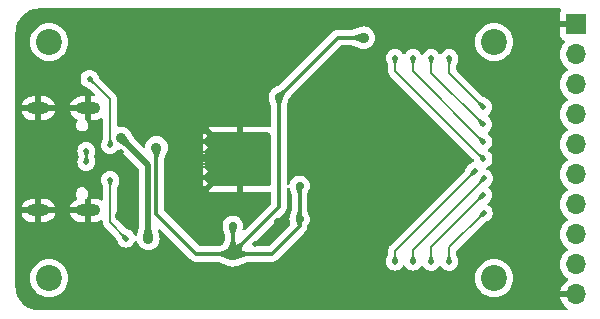
<source format=gbl>
%TF.GenerationSoftware,KiCad,Pcbnew,7.0.5*%
%TF.CreationDate,2023-07-05T13:27:57+08:00*%
%TF.ProjectId,UINIO-Logic-24MHz,55494e49-4f2d-44c6-9f67-69632d32344d,Version 3.1.0*%
%TF.SameCoordinates,PX925c430PY587b5e0*%
%TF.FileFunction,Copper,L2,Bot*%
%TF.FilePolarity,Positive*%
%FSLAX46Y46*%
G04 Gerber Fmt 4.6, Leading zero omitted, Abs format (unit mm)*
G04 Created by KiCad (PCBNEW 7.0.5) date 2023-07-05 13:27:57*
%MOMM*%
%LPD*%
G01*
G04 APERTURE LIST*
G04 Aperture macros list*
%AMRoundRect*
0 Rectangle with rounded corners*
0 $1 Rounding radius*
0 $2 $3 $4 $5 $6 $7 $8 $9 X,Y pos of 4 corners*
0 Add a 4 corners polygon primitive as box body*
4,1,4,$2,$3,$4,$5,$6,$7,$8,$9,$2,$3,0*
0 Add four circle primitives for the rounded corners*
1,1,$1+$1,$2,$3*
1,1,$1+$1,$4,$5*
1,1,$1+$1,$6,$7*
1,1,$1+$1,$8,$9*
0 Add four rect primitives between the rounded corners*
20,1,$1+$1,$2,$3,$4,$5,0*
20,1,$1+$1,$4,$5,$6,$7,0*
20,1,$1+$1,$6,$7,$8,$9,0*
20,1,$1+$1,$8,$9,$2,$3,0*%
G04 Aperture macros list end*
%TA.AperFunction,ComponentPad*%
%ADD10C,2.200000*%
%TD*%
%TA.AperFunction,ComponentPad*%
%ADD11C,0.500000*%
%TD*%
%TA.AperFunction,SMDPad,CuDef*%
%ADD12RoundRect,0.250002X2.349998X-1.999998X2.349998X1.999998X-2.349998X1.999998X-2.349998X-1.999998X0*%
%TD*%
%TA.AperFunction,ComponentPad*%
%ADD13O,2.100000X1.000000*%
%TD*%
%TA.AperFunction,ComponentPad*%
%ADD14O,1.900000X1.000000*%
%TD*%
%TA.AperFunction,ComponentPad*%
%ADD15R,1.700000X1.700000*%
%TD*%
%TA.AperFunction,ComponentPad*%
%ADD16O,1.700000X1.700000*%
%TD*%
%TA.AperFunction,ViaPad*%
%ADD17C,0.700000*%
%TD*%
%TA.AperFunction,ViaPad*%
%ADD18C,0.500000*%
%TD*%
%TA.AperFunction,ViaPad*%
%ADD19C,0.900000*%
%TD*%
%TA.AperFunction,ViaPad*%
%ADD20C,1.100000*%
%TD*%
%TA.AperFunction,Conductor*%
%ADD21C,0.200000*%
%TD*%
%TA.AperFunction,Conductor*%
%ADD22C,0.700000*%
%TD*%
%TA.AperFunction,Conductor*%
%ADD23C,0.500000*%
%TD*%
%TA.AperFunction,Conductor*%
%ADD24C,0.300000*%
%TD*%
G04 APERTURE END LIST*
D10*
%TO.P,HOLE2,*%
%TO.N,*%
X13685000Y-2865000D03*
%TD*%
%TO.P,HOLE4,*%
%TO.N,*%
X-23995000Y-2865000D03*
%TD*%
D11*
%TO.P,U4,57,EP*%
%TO.N,GND*%
X-10205000Y-14795000D03*
X-9030000Y-14795000D03*
X-7855000Y-14795000D03*
X-6680000Y-14795000D03*
X-5505000Y-14795000D03*
X-10205000Y-13795000D03*
X-9030000Y-13795000D03*
X-7855000Y-13795000D03*
X-6680000Y-13795000D03*
X-5505000Y-13795000D03*
X-10205000Y-12795000D03*
X-9030000Y-12795000D03*
X-7855000Y-12795000D03*
D12*
X-7855000Y-12795000D03*
D11*
X-6680000Y-12795000D03*
X-5505000Y-12795000D03*
X-10205000Y-11795000D03*
X-9030000Y-11795000D03*
X-7855000Y-11795000D03*
X-6680000Y-11795000D03*
X-5505000Y-11795000D03*
X-10205000Y-10795000D03*
X-9030000Y-10795000D03*
X-7855000Y-10795000D03*
X-6680000Y-10795000D03*
X-5505000Y-10795000D03*
%TD*%
D13*
%TO.P,USB1,13,GND*%
%TO.N,GND*%
X-20716000Y-8475000D03*
%TO.P,USB1,14,GND*%
X-20716000Y-17125000D03*
D14*
%TO.P,USB1,15,GND*%
X-24916000Y-8475000D03*
%TO.P,USB1,16,GND*%
X-24916000Y-17125000D03*
%TD*%
D10*
%TO.P,HOLE3,*%
%TO.N,*%
X-23995000Y-22865000D03*
%TD*%
D15*
%TO.P,J1,1,Pin_1*%
%TO.N,GND*%
X20590000Y-1370000D03*
D16*
%TO.P,J1,2,Pin_2*%
%TO.N,Net-(J1-Pin_2)*%
X20590000Y-3910000D03*
%TO.P,J1,3,Pin_3*%
%TO.N,Net-(J1-Pin_3)*%
X20590000Y-6450000D03*
%TO.P,J1,4,Pin_4*%
%TO.N,Net-(J1-Pin_4)*%
X20590000Y-8990000D03*
%TO.P,J1,5,Pin_5*%
%TO.N,Net-(J1-Pin_5)*%
X20590000Y-11530000D03*
%TO.P,J1,6,Pin_6*%
%TO.N,Net-(J1-Pin_6)*%
X20590000Y-14070000D03*
%TO.P,J1,7,Pin_7*%
%TO.N,Net-(J1-Pin_7)*%
X20590000Y-16610000D03*
%TO.P,J1,8,Pin_8*%
%TO.N,Net-(J1-Pin_8)*%
X20590000Y-19150000D03*
%TO.P,J1,9,Pin_9*%
%TO.N,Net-(J1-Pin_9)*%
X20590000Y-21690000D03*
%TO.P,J1,10,Pin_10*%
%TO.N,GND*%
X20590000Y-24230000D03*
%TD*%
D10*
%TO.P,HOLE1,*%
%TO.N,*%
X13685000Y-22865000D03*
%TD*%
D17*
%TO.N,GND*%
X-15125000Y-8235000D03*
D18*
X-12995000Y-1555000D03*
X-17945000Y-12205000D03*
X-19735000Y-4625000D03*
D19*
X-16525000Y-22695000D03*
D18*
X15875000Y-14325000D03*
X15875000Y-9835000D03*
D19*
X-17995000Y-17575000D03*
D18*
X-6604500Y-19965000D03*
D17*
X-17145000Y-8245000D03*
D18*
X15175000Y-12885000D03*
X-18725000Y-20445000D03*
X-12905000Y-16595000D03*
D17*
X-4605000Y-18115000D03*
D18*
X15875000Y-8295000D03*
X-2015000Y-9125000D03*
X15875000Y-15715000D03*
X18975000Y-12885000D03*
D20*
X-9445000Y-22755000D03*
D18*
X-12995000Y-4625000D03*
X15875000Y-17265000D03*
X15875000Y-11385000D03*
X-19735000Y-1555000D03*
D19*
%TO.N,+5V*%
X-17940000Y-10990000D03*
X-15615000Y-19505000D03*
D17*
%TO.N,+3.3V*%
X-4545000Y-7485000D03*
X-2805000Y-15055000D03*
D19*
X2645000Y-2515000D03*
D17*
X-8461444Y-18438556D03*
D19*
X-14915000Y-11805000D03*
D20*
X-8455000Y-20825000D03*
D17*
X-2805000Y-17865000D03*
D18*
%TO.N,/USB_Data-*%
X-20855000Y-13045000D03*
X-20855000Y-12075000D03*
%TO.N,/INPUT1*%
X12755000Y-8375000D03*
X9875000Y-4235000D03*
%TO.N,/INPUT2*%
X12735000Y-9845000D03*
X8345000Y-4235000D03*
%TO.N,/INPUT3*%
X12765000Y-11295000D03*
X6805000Y-4235000D03*
%TO.N,/INPUT4*%
X12770000Y-12770000D03*
X5285000Y-4235000D03*
%TO.N,/INPUT5*%
X5265000Y-21465000D03*
X12070000Y-13770000D03*
%TO.N,/INPUT6*%
X6805000Y-21465000D03*
X12825000Y-14420000D03*
%TO.N,/INPUT7*%
X12730000Y-15830000D03*
X8335000Y-21475000D03*
%TO.N,/INPUT8*%
X12785000Y-17345000D03*
X9865000Y-21475000D03*
%TO.N,Net-(USB1-CC1)*%
X-20585000Y-5975000D03*
X-18835000Y-11565000D03*
%TO.N,Net-(USB1-CC2)*%
X-18835000Y-14550000D03*
X-17475000Y-19505000D03*
%TD*%
D21*
%TO.N,/INPUT5*%
X5265000Y-20575000D02*
X5265000Y-21465000D01*
X12070000Y-13770000D02*
X5265000Y-20575000D01*
%TO.N,/INPUT6*%
X6805000Y-20445000D02*
X12825000Y-14425000D01*
X12825000Y-14425000D02*
X12825000Y-14420000D01*
X6805000Y-21465000D02*
X6805000Y-20445000D01*
%TO.N,/INPUT7*%
X8335000Y-20225000D02*
X8335000Y-21475000D01*
X12730000Y-15830000D02*
X8335000Y-20225000D01*
%TO.N,/INPUT8*%
X12775000Y-17345000D02*
X12785000Y-17345000D01*
X9865000Y-20255000D02*
X12775000Y-17345000D01*
X9865000Y-21475000D02*
X9865000Y-20255000D01*
D22*
%TO.N,GND*%
X-15125000Y-8235000D02*
X-17135000Y-8235000D01*
X-17135000Y-8235000D02*
X-17145000Y-8245000D01*
D23*
%TO.N,+5V*%
X-17940000Y-10990000D02*
X-15615000Y-13315000D01*
X-15615000Y-13315000D02*
X-15615000Y-19505000D01*
D24*
%TO.N,+3.3V*%
X-2805000Y-17865000D02*
X-2805000Y-18475000D01*
X-14915000Y-17445000D02*
X-11535000Y-20825000D01*
X-8455000Y-20825000D02*
X-8455000Y-20745000D01*
X-2805000Y-18475000D02*
X-5145000Y-20815000D01*
D23*
X-8455000Y-18445000D02*
X-8461444Y-18438556D01*
D24*
X-8455000Y-20825000D02*
X-8455000Y-18445000D01*
X2625000Y-2495000D02*
X2645000Y-2515000D01*
X445000Y-2495000D02*
X2625000Y-2495000D01*
X-4545000Y-16835000D02*
X-4545000Y-7485000D01*
X-8445000Y-20815000D02*
X-8455000Y-20825000D01*
X-5145000Y-20815000D02*
X-8445000Y-20815000D01*
X-11535000Y-20825000D02*
X-8455000Y-20825000D01*
X-8455000Y-20745000D02*
X-4545000Y-16835000D01*
X-4545000Y-7485000D02*
X445000Y-2495000D01*
X-2805000Y-15055000D02*
X-2805000Y-17865000D01*
X-14915000Y-11805000D02*
X-14915000Y-17445000D01*
D21*
%TO.N,/USB_Data-*%
X-20855000Y-13045000D02*
X-20855000Y-12075000D01*
%TO.N,/INPUT1*%
X9875000Y-4235000D02*
X9875000Y-5495000D01*
X9875000Y-5495000D02*
X12755000Y-8375000D01*
%TO.N,/INPUT2*%
X8345000Y-5455000D02*
X12735000Y-9845000D01*
X8345000Y-4235000D02*
X8345000Y-5455000D01*
%TO.N,/INPUT3*%
X6805000Y-5335000D02*
X12765000Y-11295000D01*
X6805000Y-4235000D02*
X6805000Y-5335000D01*
%TO.N,/INPUT4*%
X5285000Y-5285000D02*
X12770000Y-12770000D01*
X5285000Y-4235000D02*
X5285000Y-5285000D01*
%TO.N,Net-(USB1-CC1)*%
X-18835000Y-7725000D02*
X-18835000Y-11565000D01*
X-20585000Y-5975000D02*
X-18835000Y-7725000D01*
%TO.N,Net-(USB1-CC2)*%
X-18835000Y-14560000D02*
X-18835000Y-18145000D01*
X-18835000Y-18145000D02*
X-17475000Y-19505000D01*
%TD*%
%TA.AperFunction,Conductor*%
%TO.N,GND*%
G36*
X-3681297Y-15193840D02*
G01*
X-3644570Y-15249235D01*
X-3623206Y-15314986D01*
X-3618614Y-15334227D01*
X-3616245Y-15349445D01*
X-3468936Y-15830446D01*
X-3463500Y-15866757D01*
X-3463500Y-17053242D01*
X-3468936Y-17089553D01*
X-3616238Y-17570532D01*
X-3616241Y-17570542D01*
X-3624138Y-17599285D01*
X-3625105Y-17604532D01*
X-3625361Y-17604484D01*
X-3629511Y-17624419D01*
X-3649365Y-17685523D01*
X-3649365Y-17685524D01*
X-3668229Y-17865000D01*
X-3649365Y-18044475D01*
X-3615619Y-18148337D01*
X-3613792Y-18155319D01*
X-3608667Y-18180896D01*
X-3591239Y-18230081D01*
X-3587403Y-18299845D01*
X-3620438Y-18359176D01*
X-5381441Y-20120181D01*
X-5442764Y-20153666D01*
X-5469122Y-20156500D01*
X-6635878Y-20156500D01*
X-6702917Y-20136815D01*
X-6748672Y-20084011D01*
X-6758616Y-20014853D01*
X-6729591Y-19951297D01*
X-6723559Y-19944819D01*
X-6081946Y-19303206D01*
X-4140457Y-17361715D01*
X-4127786Y-17351566D01*
X-4127932Y-17351389D01*
X-4121926Y-17346419D01*
X-4121920Y-17346416D01*
X-4072661Y-17293959D01*
X-4071389Y-17292647D01*
X-4050073Y-17271333D01*
X-4045505Y-17265442D01*
X-4041718Y-17261008D01*
X-4008028Y-17225133D01*
X-3997620Y-17206200D01*
X-3986941Y-17189942D01*
X-3973696Y-17172868D01*
X-3954148Y-17127691D01*
X-3951591Y-17122472D01*
X-3927876Y-17079337D01*
X-3922505Y-17058413D01*
X-3916204Y-17040009D01*
X-3907620Y-17020176D01*
X-3902267Y-16986372D01*
X-3899922Y-16971569D01*
X-3898737Y-16965844D01*
X-3892378Y-16941078D01*
X-3886500Y-16918188D01*
X-3886500Y-16896580D01*
X-3884973Y-16877180D01*
X-3884627Y-16875000D01*
X-3881594Y-16855848D01*
X-3886225Y-16806854D01*
X-3886500Y-16801017D01*
X-3886500Y-15287553D01*
X-3866815Y-15220514D01*
X-3814011Y-15174759D01*
X-3744853Y-15164815D01*
X-3681297Y-15193840D01*
G37*
%TD.AperFunction*%
%TA.AperFunction,Conductor*%
G36*
X19304919Y-45185D02*
G01*
X19350674Y-97989D01*
X19360618Y-167147D01*
X19337146Y-223812D01*
X19296647Y-277910D01*
X19296645Y-277913D01*
X19246403Y-412620D01*
X19246401Y-412627D01*
X19240000Y-472155D01*
X19240000Y-1120000D01*
X20156314Y-1120000D01*
X20130507Y-1160156D01*
X20090000Y-1298111D01*
X20090000Y-1441889D01*
X20130507Y-1579844D01*
X20156314Y-1620000D01*
X19240000Y-1620000D01*
X19240000Y-2267844D01*
X19246401Y-2327372D01*
X19246403Y-2327379D01*
X19296645Y-2462086D01*
X19296649Y-2462093D01*
X19382809Y-2577187D01*
X19382812Y-2577190D01*
X19497906Y-2663350D01*
X19497913Y-2663354D01*
X19617810Y-2708073D01*
X19673744Y-2749944D01*
X19698161Y-2815409D01*
X19683309Y-2883682D01*
X19665706Y-2908238D01*
X19514284Y-3072723D01*
X19514276Y-3072734D01*
X19391140Y-3261207D01*
X19300703Y-3467385D01*
X19245436Y-3685628D01*
X19245434Y-3685640D01*
X19226844Y-3909994D01*
X19226844Y-3910005D01*
X19245434Y-4134359D01*
X19245436Y-4134371D01*
X19300703Y-4352614D01*
X19391140Y-4558792D01*
X19514276Y-4747265D01*
X19514284Y-4747276D01*
X19666756Y-4912902D01*
X19666760Y-4912906D01*
X19844424Y-5051189D01*
X19844429Y-5051191D01*
X19844431Y-5051193D01*
X19880930Y-5070946D01*
X19930520Y-5120165D01*
X19945628Y-5188382D01*
X19921457Y-5253937D01*
X19880930Y-5289054D01*
X19844431Y-5308806D01*
X19844422Y-5308812D01*
X19666761Y-5447092D01*
X19666756Y-5447097D01*
X19514284Y-5612723D01*
X19514276Y-5612734D01*
X19391140Y-5801207D01*
X19300703Y-6007385D01*
X19245436Y-6225628D01*
X19245434Y-6225640D01*
X19226844Y-6449994D01*
X19226844Y-6450005D01*
X19245434Y-6674359D01*
X19245436Y-6674371D01*
X19300703Y-6892614D01*
X19391140Y-7098792D01*
X19514276Y-7287265D01*
X19514284Y-7287276D01*
X19666756Y-7452902D01*
X19666760Y-7452906D01*
X19844424Y-7591189D01*
X19844429Y-7591191D01*
X19844431Y-7591193D01*
X19880930Y-7610946D01*
X19930520Y-7660165D01*
X19945628Y-7728382D01*
X19921457Y-7793937D01*
X19880930Y-7829054D01*
X19844431Y-7848806D01*
X19844422Y-7848812D01*
X19666761Y-7987092D01*
X19666756Y-7987097D01*
X19514284Y-8152723D01*
X19514276Y-8152734D01*
X19391140Y-8341207D01*
X19300703Y-8547385D01*
X19245436Y-8765628D01*
X19245434Y-8765640D01*
X19226844Y-8989994D01*
X19226844Y-8990005D01*
X19245434Y-9214359D01*
X19245436Y-9214371D01*
X19300703Y-9432614D01*
X19391140Y-9638792D01*
X19514276Y-9827265D01*
X19514284Y-9827276D01*
X19666756Y-9992902D01*
X19666761Y-9992907D01*
X19694952Y-10014849D01*
X19844424Y-10131189D01*
X19844429Y-10131191D01*
X19844431Y-10131193D01*
X19880930Y-10150946D01*
X19930520Y-10200165D01*
X19945628Y-10268382D01*
X19921457Y-10333937D01*
X19880930Y-10369054D01*
X19844431Y-10388806D01*
X19844422Y-10388812D01*
X19666761Y-10527092D01*
X19666756Y-10527097D01*
X19514284Y-10692723D01*
X19514276Y-10692734D01*
X19391140Y-10881207D01*
X19300703Y-11087385D01*
X19245436Y-11305628D01*
X19245434Y-11305640D01*
X19226844Y-11529994D01*
X19226844Y-11530005D01*
X19245434Y-11754359D01*
X19245436Y-11754371D01*
X19300703Y-11972614D01*
X19391140Y-12178792D01*
X19514276Y-12367265D01*
X19514284Y-12367276D01*
X19666756Y-12532902D01*
X19666760Y-12532906D01*
X19844424Y-12671189D01*
X19844429Y-12671191D01*
X19844431Y-12671193D01*
X19880930Y-12690946D01*
X19930520Y-12740165D01*
X19945628Y-12808382D01*
X19921457Y-12873937D01*
X19880930Y-12909054D01*
X19844431Y-12928806D01*
X19844422Y-12928812D01*
X19666761Y-13067092D01*
X19666756Y-13067097D01*
X19514284Y-13232723D01*
X19514276Y-13232734D01*
X19391140Y-13421207D01*
X19300703Y-13627385D01*
X19245436Y-13845628D01*
X19245434Y-13845640D01*
X19226844Y-14069994D01*
X19226844Y-14070005D01*
X19245434Y-14294359D01*
X19245436Y-14294371D01*
X19300703Y-14512614D01*
X19391140Y-14718792D01*
X19514276Y-14907265D01*
X19514284Y-14907276D01*
X19666756Y-15072902D01*
X19666761Y-15072907D01*
X19702607Y-15100807D01*
X19844424Y-15211189D01*
X19880930Y-15230945D01*
X19930519Y-15280162D01*
X19945629Y-15348378D01*
X19921459Y-15413934D01*
X19880932Y-15449052D01*
X19844432Y-15468805D01*
X19844422Y-15468812D01*
X19666761Y-15607092D01*
X19666756Y-15607097D01*
X19514284Y-15772723D01*
X19514276Y-15772734D01*
X19391140Y-15961207D01*
X19300703Y-16167385D01*
X19245436Y-16385628D01*
X19245434Y-16385640D01*
X19226844Y-16609994D01*
X19226844Y-16610005D01*
X19245434Y-16834359D01*
X19245436Y-16834371D01*
X19300703Y-17052614D01*
X19391140Y-17258792D01*
X19514276Y-17447265D01*
X19514284Y-17447276D01*
X19666756Y-17612902D01*
X19666761Y-17612907D01*
X19672760Y-17617576D01*
X19844424Y-17751189D01*
X19844429Y-17751191D01*
X19844431Y-17751193D01*
X19880930Y-17770946D01*
X19930520Y-17820165D01*
X19945628Y-17888382D01*
X19921457Y-17953937D01*
X19880930Y-17989054D01*
X19844431Y-18008806D01*
X19844422Y-18008812D01*
X19666761Y-18147092D01*
X19666756Y-18147097D01*
X19514284Y-18312723D01*
X19514276Y-18312734D01*
X19391140Y-18501207D01*
X19300703Y-18707385D01*
X19245436Y-18925628D01*
X19245434Y-18925640D01*
X19226844Y-19149994D01*
X19226844Y-19150005D01*
X19245434Y-19374359D01*
X19245436Y-19374371D01*
X19300703Y-19592614D01*
X19391140Y-19798792D01*
X19514276Y-19987265D01*
X19514284Y-19987276D01*
X19666756Y-20152902D01*
X19666761Y-20152907D01*
X19672697Y-20157527D01*
X19844424Y-20291189D01*
X19844429Y-20291191D01*
X19844431Y-20291193D01*
X19880930Y-20310946D01*
X19930520Y-20360165D01*
X19945628Y-20428382D01*
X19921457Y-20493937D01*
X19880930Y-20529054D01*
X19844431Y-20548806D01*
X19844422Y-20548812D01*
X19666761Y-20687092D01*
X19666756Y-20687097D01*
X19514284Y-20852723D01*
X19514276Y-20852734D01*
X19391140Y-21041207D01*
X19300703Y-21247385D01*
X19245436Y-21465628D01*
X19245434Y-21465640D01*
X19226844Y-21689994D01*
X19226844Y-21690005D01*
X19245434Y-21914359D01*
X19245436Y-21914371D01*
X19300703Y-22132614D01*
X19391140Y-22338792D01*
X19514276Y-22527265D01*
X19514284Y-22527276D01*
X19666756Y-22692902D01*
X19666760Y-22692906D01*
X19844424Y-22831189D01*
X19887693Y-22854605D01*
X19887695Y-22854606D01*
X19937286Y-22903825D01*
X19952394Y-22972042D01*
X19928224Y-23037597D01*
X19899802Y-23065236D01*
X19718922Y-23191890D01*
X19718920Y-23191891D01*
X19551891Y-23358920D01*
X19551886Y-23358926D01*
X19416400Y-23552420D01*
X19416399Y-23552422D01*
X19316570Y-23766507D01*
X19316567Y-23766513D01*
X19259364Y-23979999D01*
X19259364Y-23980000D01*
X20156314Y-23980000D01*
X20130507Y-24020156D01*
X20090000Y-24158111D01*
X20090000Y-24301889D01*
X20130507Y-24439844D01*
X20156314Y-24480000D01*
X19259364Y-24480000D01*
X19316567Y-24693486D01*
X19316570Y-24693492D01*
X19416399Y-24907578D01*
X19551894Y-25101082D01*
X19718921Y-25268109D01*
X19834338Y-25348926D01*
X19877963Y-25403503D01*
X19885155Y-25473001D01*
X19853633Y-25535356D01*
X19793402Y-25570769D01*
X19763214Y-25574500D01*
X-24852976Y-25574500D01*
X-24857026Y-25574367D01*
X-24887645Y-25572360D01*
X-24938587Y-25569021D01*
X-25120440Y-25556015D01*
X-25128120Y-25554980D01*
X-25244410Y-25531848D01*
X-25388648Y-25500472D01*
X-25395404Y-25498597D01*
X-25513535Y-25458497D01*
X-25515273Y-25457878D01*
X-25646742Y-25408842D01*
X-25652501Y-25406356D01*
X-25766796Y-25349992D01*
X-25769088Y-25348802D01*
X-25889909Y-25282828D01*
X-25894643Y-25279961D01*
X-26001651Y-25208461D01*
X-26004361Y-25206543D01*
X-26044408Y-25176564D01*
X-26113647Y-25124732D01*
X-26117352Y-25121729D01*
X-26214508Y-25036526D01*
X-26217451Y-25033769D01*
X-26313772Y-24937448D01*
X-26316531Y-24934502D01*
X-26332012Y-24916849D01*
X-26401735Y-24837345D01*
X-26404729Y-24833652D01*
X-26486546Y-24724358D01*
X-26488463Y-24721649D01*
X-26493120Y-24714680D01*
X-26510410Y-24688803D01*
X-26559963Y-24614641D01*
X-26562830Y-24609907D01*
X-26628827Y-24489042D01*
X-26629976Y-24486830D01*
X-26686365Y-24372483D01*
X-26688844Y-24366740D01*
X-26712761Y-24302616D01*
X-26737897Y-24235224D01*
X-26738469Y-24233618D01*
X-26778605Y-24115383D01*
X-26780469Y-24108666D01*
X-26811842Y-23964451D01*
X-26834985Y-23848102D01*
X-26836015Y-23840459D01*
X-26849008Y-23658793D01*
X-26853025Y-23597502D01*
X-26854367Y-23577018D01*
X-26854500Y-23572963D01*
X-26854500Y-22864999D01*
X-25608474Y-22864999D01*
X-25588609Y-23117406D01*
X-25529505Y-23363593D01*
X-25432617Y-23597502D01*
X-25300332Y-23813370D01*
X-25300331Y-23813372D01*
X-25300330Y-23813374D01*
X-25300328Y-23813376D01*
X-25135898Y-24005898D01*
X-24943376Y-24170328D01*
X-24943374Y-24170329D01*
X-24943373Y-24170330D01*
X-24943371Y-24170331D01*
X-24727503Y-24302616D01*
X-24493594Y-24399504D01*
X-24493593Y-24399504D01*
X-24493591Y-24399505D01*
X-24247403Y-24458609D01*
X-23995000Y-24478474D01*
X-23742597Y-24458609D01*
X-23496409Y-24399505D01*
X-23262498Y-24302616D01*
X-23046624Y-24170328D01*
X-22854102Y-24005898D01*
X-22689672Y-23813376D01*
X-22557384Y-23597502D01*
X-22460495Y-23363591D01*
X-22401391Y-23117403D01*
X-22381526Y-22865000D01*
X-22381526Y-22864999D01*
X12071526Y-22864999D01*
X12091391Y-23117406D01*
X12150495Y-23363593D01*
X12247383Y-23597502D01*
X12379668Y-23813370D01*
X12379669Y-23813372D01*
X12379670Y-23813374D01*
X12379672Y-23813376D01*
X12544102Y-24005898D01*
X12736624Y-24170328D01*
X12736626Y-24170329D01*
X12736627Y-24170330D01*
X12736629Y-24170331D01*
X12952497Y-24302616D01*
X13186406Y-24399504D01*
X13186407Y-24399504D01*
X13186409Y-24399505D01*
X13432597Y-24458609D01*
X13685000Y-24478474D01*
X13937403Y-24458609D01*
X14183591Y-24399505D01*
X14417502Y-24302616D01*
X14633376Y-24170328D01*
X14825898Y-24005898D01*
X14990328Y-23813376D01*
X15122616Y-23597502D01*
X15219505Y-23363591D01*
X15278609Y-23117403D01*
X15298474Y-22865000D01*
X15278609Y-22612597D01*
X15219505Y-22366409D01*
X15208066Y-22338792D01*
X15122616Y-22132497D01*
X14990331Y-21916629D01*
X14990330Y-21916627D01*
X14990329Y-21916626D01*
X14990328Y-21916624D01*
X14825898Y-21724102D01*
X14633376Y-21559672D01*
X14633374Y-21559670D01*
X14633372Y-21559669D01*
X14633370Y-21559668D01*
X14417502Y-21427383D01*
X14183593Y-21330495D01*
X13937406Y-21271391D01*
X13685000Y-21251526D01*
X13432593Y-21271391D01*
X13186406Y-21330495D01*
X12952497Y-21427383D01*
X12736629Y-21559668D01*
X12736627Y-21559669D01*
X12544102Y-21724102D01*
X12379669Y-21916627D01*
X12379668Y-21916629D01*
X12247383Y-22132497D01*
X12150495Y-22366406D01*
X12091391Y-22612593D01*
X12071526Y-22864999D01*
X-22381526Y-22864999D01*
X-22401391Y-22612597D01*
X-22460495Y-22366409D01*
X-22471934Y-22338792D01*
X-22557384Y-22132497D01*
X-22689669Y-21916629D01*
X-22689670Y-21916627D01*
X-22689671Y-21916626D01*
X-22689672Y-21916624D01*
X-22854102Y-21724102D01*
X-23046624Y-21559672D01*
X-23046626Y-21559670D01*
X-23046628Y-21559669D01*
X-23046630Y-21559668D01*
X-23262498Y-21427383D01*
X-23496407Y-21330495D01*
X-23742594Y-21271391D01*
X-23995000Y-21251526D01*
X-24247407Y-21271391D01*
X-24493594Y-21330495D01*
X-24727503Y-21427383D01*
X-24943371Y-21559668D01*
X-24943373Y-21559669D01*
X-25135898Y-21724102D01*
X-25300331Y-21916627D01*
X-25300332Y-21916629D01*
X-25432617Y-22132497D01*
X-25529505Y-22366406D01*
X-25588609Y-22612593D01*
X-25608474Y-22864999D01*
X-26854500Y-22864999D01*
X-26854500Y-17375000D01*
X-26339366Y-17375000D01*
X-26339069Y-17376946D01*
X-26339067Y-17376952D01*
X-26268438Y-17567657D01*
X-26268435Y-17567664D01*
X-26160851Y-17740267D01*
X-26020736Y-17887668D01*
X-26020734Y-17887669D01*
X-25853805Y-18003856D01*
X-25666908Y-18084059D01*
X-25467690Y-18125000D01*
X-25166000Y-18125000D01*
X-25166000Y-17425000D01*
X-24666000Y-17425000D01*
X-24666000Y-18125000D01*
X-24415287Y-18125000D01*
X-24263662Y-18109581D01*
X-24069619Y-18048700D01*
X-24069609Y-18048695D01*
X-23891785Y-17949994D01*
X-23891784Y-17949994D01*
X-23737470Y-17817521D01*
X-23737469Y-17817520D01*
X-23612982Y-17656695D01*
X-23523412Y-17474093D01*
X-23497754Y-17375000D01*
X-22239366Y-17375000D01*
X-22239069Y-17376946D01*
X-22239067Y-17376952D01*
X-22168438Y-17567657D01*
X-22168435Y-17567664D01*
X-22060851Y-17740267D01*
X-21920736Y-17887668D01*
X-21920734Y-17887669D01*
X-21753805Y-18003856D01*
X-21566908Y-18084059D01*
X-21367690Y-18125000D01*
X-20966001Y-18125000D01*
X-20966000Y-17425000D01*
X-20466000Y-17425000D01*
X-20466000Y-18125000D01*
X-20115287Y-18125000D01*
X-19963662Y-18109581D01*
X-19769619Y-18048700D01*
X-19769601Y-18048692D01*
X-19627679Y-17969918D01*
X-19559511Y-17954594D01*
X-19493879Y-17978557D01*
X-19451622Y-18034200D01*
X-19443501Y-18078329D01*
X-19443500Y-18101049D01*
X-19444031Y-18109154D01*
X-19448750Y-18144998D01*
X-19448750Y-18145001D01*
X-19443790Y-18182678D01*
X-19443788Y-18182699D01*
X-19431946Y-18272647D01*
X-19427838Y-18303850D01*
X-19427837Y-18303854D01*
X-19366527Y-18451871D01*
X-19366527Y-18451872D01*
X-19366525Y-18451875D01*
X-19366524Y-18451876D01*
X-19310173Y-18525314D01*
X-19293475Y-18547074D01*
X-19293474Y-18547075D01*
X-19268988Y-18578986D01*
X-19240302Y-18600998D01*
X-19234206Y-18606343D01*
X-18716037Y-19124512D01*
X-18340934Y-19499615D01*
X-18318181Y-19530901D01*
X-18181378Y-19798792D01*
X-18167725Y-19825526D01*
X-18167814Y-19825571D01*
X-18165880Y-19829989D01*
X-18165727Y-19829916D01*
X-18162708Y-19836185D01*
X-18156064Y-19846759D01*
X-18154304Y-19849742D01*
X-18151914Y-19854065D01*
X-18151210Y-19855109D01*
X-18147963Y-19859652D01*
X-18071773Y-19980907D01*
X-18071772Y-19980908D01*
X-18071771Y-19980909D01*
X-17950909Y-20101771D01*
X-17806183Y-20192709D01*
X-17644850Y-20249162D01*
X-17644845Y-20249163D01*
X-17475004Y-20268299D01*
X-17475000Y-20268299D01*
X-17474996Y-20268299D01*
X-17305156Y-20249163D01*
X-17305153Y-20249162D01*
X-17305150Y-20249162D01*
X-17143817Y-20192709D01*
X-16999091Y-20101771D01*
X-16878229Y-19980909D01*
X-16787291Y-19836183D01*
X-16767512Y-19779657D01*
X-16726790Y-19722882D01*
X-16661838Y-19697134D01*
X-16593276Y-19710590D01*
X-16542873Y-19758977D01*
X-16531810Y-19784616D01*
X-16504823Y-19873578D01*
X-16415824Y-20040085D01*
X-16415820Y-20040092D01*
X-16296042Y-20186041D01*
X-16150093Y-20305819D01*
X-16150086Y-20305823D01*
X-16003734Y-20384049D01*
X-15983577Y-20394823D01*
X-15802899Y-20449632D01*
X-15615000Y-20468138D01*
X-15427101Y-20449632D01*
X-15246423Y-20394823D01*
X-15079909Y-20305820D01*
X-14933959Y-20186041D01*
X-14814180Y-20040091D01*
X-14725177Y-19873577D01*
X-14670368Y-19692899D01*
X-14651862Y-19505000D01*
X-14670368Y-19317101D01*
X-14696050Y-19232442D01*
X-14699656Y-19213461D01*
X-14700092Y-19213529D01*
X-14700763Y-19209168D01*
X-14700763Y-19209160D01*
X-14787717Y-18827342D01*
X-14783410Y-18757607D01*
X-14742085Y-18701269D01*
X-14676861Y-18676217D01*
X-14608447Y-18690404D01*
X-14579132Y-18712128D01*
X-12061720Y-21229540D01*
X-12051570Y-21242208D01*
X-12051394Y-21242064D01*
X-12046420Y-21248076D01*
X-12046417Y-21248079D01*
X-12046416Y-21248080D01*
X-12034717Y-21259066D01*
X-11994018Y-21297285D01*
X-11992618Y-21298642D01*
X-11971338Y-21319923D01*
X-11965449Y-21324491D01*
X-11961006Y-21328286D01*
X-11925136Y-21361970D01*
X-11925134Y-21361971D01*
X-11925133Y-21361972D01*
X-11906197Y-21372382D01*
X-11889951Y-21383053D01*
X-11872868Y-21396304D01*
X-11827704Y-21415848D01*
X-11822456Y-21418420D01*
X-11790766Y-21435840D01*
X-11779337Y-21442124D01*
X-11763177Y-21446272D01*
X-11758417Y-21447495D01*
X-11740014Y-21453795D01*
X-11720176Y-21462380D01*
X-11683040Y-21468261D01*
X-11671569Y-21470078D01*
X-11665854Y-21471261D01*
X-11618188Y-21483500D01*
X-11596581Y-21483500D01*
X-11577184Y-21485026D01*
X-11555848Y-21488406D01*
X-11506856Y-21483774D01*
X-11501019Y-21483500D01*
X-9690932Y-21483500D01*
X-9644622Y-21492472D01*
X-8871482Y-21803749D01*
X-8865925Y-21805986D01*
X-8864775Y-21806523D01*
X-8862039Y-21807656D01*
X-8862034Y-21807657D01*
X-8862031Y-21807659D01*
X-8852316Y-21810605D01*
X-8850183Y-21811296D01*
X-8818865Y-21822099D01*
X-8818858Y-21822100D01*
X-8813284Y-21823437D01*
X-8801391Y-21826053D01*
X-8662502Y-21868185D01*
X-8455000Y-21888622D01*
X-8247498Y-21868185D01*
X-8047969Y-21807659D01*
X-8047965Y-21807656D01*
X-8042333Y-21805324D01*
X-8042205Y-21805633D01*
X-8040919Y-21805081D01*
X-8041088Y-21804672D01*
X-7278599Y-21488405D01*
X-7265476Y-21482961D01*
X-7217968Y-21473500D01*
X-5231391Y-21473500D01*
X-5215254Y-21475281D01*
X-5215232Y-21475054D01*
X-5207465Y-21475788D01*
X-5207464Y-21475787D01*
X-5207463Y-21475788D01*
X-5200761Y-21475577D01*
X-5135625Y-21473531D01*
X-5133678Y-21473500D01*
X-5103573Y-21473500D01*
X-5103568Y-21473500D01*
X-5096178Y-21472566D01*
X-5090349Y-21472107D01*
X-5041169Y-21470562D01*
X-5022038Y-21465003D01*
X4501701Y-21465003D01*
X4520836Y-21634844D01*
X4520837Y-21634849D01*
X4577291Y-21796183D01*
X4668227Y-21940907D01*
X4668229Y-21940909D01*
X4789091Y-22061771D01*
X4933817Y-22152709D01*
X5095149Y-22209162D01*
X5095150Y-22209162D01*
X5095155Y-22209163D01*
X5264996Y-22228299D01*
X5265000Y-22228299D01*
X5265004Y-22228299D01*
X5434844Y-22209163D01*
X5434847Y-22209162D01*
X5434850Y-22209162D01*
X5596183Y-22152709D01*
X5740909Y-22061771D01*
X5861771Y-21940909D01*
X5930006Y-21832313D01*
X5982339Y-21786023D01*
X6051392Y-21775374D01*
X6115241Y-21803749D01*
X6139992Y-21832313D01*
X6208226Y-21940905D01*
X6208227Y-21940907D01*
X6208228Y-21940908D01*
X6208229Y-21940909D01*
X6329091Y-22061771D01*
X6473817Y-22152709D01*
X6635150Y-22209162D01*
X6635155Y-22209163D01*
X6804996Y-22228299D01*
X6805000Y-22228299D01*
X6805004Y-22228299D01*
X6974844Y-22209163D01*
X6974847Y-22209162D01*
X6974850Y-22209162D01*
X7136183Y-22152709D01*
X7280909Y-22061771D01*
X7401771Y-21940909D01*
X7461864Y-21845271D01*
X7514199Y-21798981D01*
X7583252Y-21788333D01*
X7647101Y-21816708D01*
X7671852Y-21845272D01*
X7738228Y-21950908D01*
X7738229Y-21950909D01*
X7859091Y-22071771D01*
X8003817Y-22162709D01*
X8136572Y-22209162D01*
X8165150Y-22219162D01*
X8165155Y-22219163D01*
X8334996Y-22238299D01*
X8335000Y-22238299D01*
X8335004Y-22238299D01*
X8504844Y-22219163D01*
X8504847Y-22219162D01*
X8504850Y-22219162D01*
X8666183Y-22162709D01*
X8810909Y-22071771D01*
X8931771Y-21950909D01*
X8995005Y-21850272D01*
X9047341Y-21803981D01*
X9116394Y-21793333D01*
X9180243Y-21821708D01*
X9204994Y-21850272D01*
X9261945Y-21940909D01*
X9268229Y-21950909D01*
X9389091Y-22071771D01*
X9533817Y-22162709D01*
X9666572Y-22209162D01*
X9695150Y-22219162D01*
X9695155Y-22219163D01*
X9864996Y-22238299D01*
X9865000Y-22238299D01*
X9865004Y-22238299D01*
X10034844Y-22219163D01*
X10034847Y-22219162D01*
X10034850Y-22219162D01*
X10196183Y-22162709D01*
X10340909Y-22071771D01*
X10461771Y-21950909D01*
X10552709Y-21806183D01*
X10609162Y-21644850D01*
X10610289Y-21634849D01*
X10628299Y-21475003D01*
X10628299Y-21474996D01*
X10609163Y-21305157D01*
X10609161Y-21305147D01*
X10589413Y-21248711D01*
X10584251Y-21228789D01*
X10581164Y-21210855D01*
X10581163Y-21210851D01*
X10581163Y-21210849D01*
X10479534Y-20897099D01*
X10473500Y-20858889D01*
X10473500Y-20558410D01*
X10493185Y-20491371D01*
X10509814Y-20470734D01*
X12772323Y-18208224D01*
X12805464Y-18184545D01*
X13096654Y-18041966D01*
X13101106Y-18039577D01*
X13110488Y-18035450D01*
X13116175Y-18032711D01*
X13116183Y-18032709D01*
X13127627Y-18025517D01*
X13129405Y-18024484D01*
X13130088Y-18024033D01*
X13130101Y-18024027D01*
X13130111Y-18024018D01*
X13131609Y-18023032D01*
X13132753Y-18022296D01*
X13154215Y-18008811D01*
X13260909Y-17941771D01*
X13381771Y-17820909D01*
X13472709Y-17676183D01*
X13529162Y-17514850D01*
X13533754Y-17474093D01*
X13548299Y-17345003D01*
X13548299Y-17344996D01*
X13529163Y-17175155D01*
X13529162Y-17175150D01*
X13501760Y-17096840D01*
X13472709Y-17013817D01*
X13381771Y-16869091D01*
X13260909Y-16748229D01*
X13260908Y-16748228D01*
X13144707Y-16675214D01*
X13098416Y-16622879D01*
X13087768Y-16553826D01*
X13116143Y-16489977D01*
X13144708Y-16465226D01*
X13205906Y-16426773D01*
X13205906Y-16426772D01*
X13205909Y-16426771D01*
X13326771Y-16305909D01*
X13417709Y-16161183D01*
X13474162Y-15999850D01*
X13481577Y-15934037D01*
X13493299Y-15830003D01*
X13493299Y-15829996D01*
X13474163Y-15660155D01*
X13474162Y-15660150D01*
X13455596Y-15607092D01*
X13417709Y-15498817D01*
X13326771Y-15354091D01*
X13219584Y-15246904D01*
X13186099Y-15185581D01*
X13191083Y-15115889D01*
X13232955Y-15059956D01*
X13241285Y-15054234D01*
X13300909Y-15016771D01*
X13421771Y-14895909D01*
X13512709Y-14751183D01*
X13569162Y-14589850D01*
X13573652Y-14550000D01*
X13588299Y-14420003D01*
X13588299Y-14419996D01*
X13569163Y-14250155D01*
X13569162Y-14250150D01*
X13563518Y-14234020D01*
X13512709Y-14088817D01*
X13421771Y-13944091D01*
X13300909Y-13823229D01*
X13300908Y-13823228D01*
X13156180Y-13732289D01*
X13070814Y-13702418D01*
X13014038Y-13661697D01*
X12988291Y-13596744D01*
X13001747Y-13528182D01*
X13050135Y-13477780D01*
X13070816Y-13468335D01*
X13074627Y-13467001D01*
X13101183Y-13457709D01*
X13245909Y-13366771D01*
X13366771Y-13245909D01*
X13457709Y-13101183D01*
X13514162Y-12939850D01*
X13515406Y-12928809D01*
X13533299Y-12770003D01*
X13533299Y-12769996D01*
X13514163Y-12600155D01*
X13514162Y-12600150D01*
X13500113Y-12560000D01*
X13457709Y-12438817D01*
X13366771Y-12294091D01*
X13245909Y-12173229D01*
X13245908Y-12173228D01*
X13186537Y-12135923D01*
X13140246Y-12083589D01*
X13129597Y-12014535D01*
X13157972Y-11950687D01*
X13186538Y-11925935D01*
X13240904Y-11891774D01*
X13240907Y-11891772D01*
X13240906Y-11891772D01*
X13240909Y-11891771D01*
X13361771Y-11770909D01*
X13452709Y-11626183D01*
X13509162Y-11464850D01*
X13513037Y-11430461D01*
X13528299Y-11295003D01*
X13528299Y-11294996D01*
X13509163Y-11125155D01*
X13509162Y-11125150D01*
X13475499Y-11028947D01*
X13452709Y-10963817D01*
X13361771Y-10819091D01*
X13240909Y-10698229D01*
X13240907Y-10698227D01*
X13240905Y-10698226D01*
X13188930Y-10665567D01*
X13142639Y-10613232D01*
X13131992Y-10544179D01*
X13160367Y-10480330D01*
X13188930Y-10455581D01*
X13210909Y-10441771D01*
X13331771Y-10320909D01*
X13422709Y-10176183D01*
X13479162Y-10014850D01*
X13480719Y-10001033D01*
X13498299Y-9845003D01*
X13498299Y-9844996D01*
X13479163Y-9675155D01*
X13479162Y-9675150D01*
X13466439Y-9638791D01*
X13422709Y-9513817D01*
X13331771Y-9369091D01*
X13210909Y-9248229D01*
X13210908Y-9248228D01*
X13168016Y-9221277D01*
X13121725Y-9168942D01*
X13111077Y-9099888D01*
X13139452Y-9036040D01*
X13168017Y-9011289D01*
X13230904Y-8971774D01*
X13230907Y-8971772D01*
X13230906Y-8971772D01*
X13230909Y-8971771D01*
X13351771Y-8850909D01*
X13442709Y-8706183D01*
X13499162Y-8544850D01*
X13499163Y-8544844D01*
X13518299Y-8375003D01*
X13518299Y-8374996D01*
X13499163Y-8205155D01*
X13499162Y-8205150D01*
X13471433Y-8125906D01*
X13442709Y-8043817D01*
X13351771Y-7899091D01*
X13230909Y-7778229D01*
X13230908Y-7778228D01*
X13086183Y-7687290D01*
X13084243Y-7686356D01*
X13079779Y-7684446D01*
X12780902Y-7531820D01*
X12749616Y-7509067D01*
X10519819Y-5279269D01*
X10486334Y-5217946D01*
X10483500Y-5191588D01*
X10483500Y-4851108D01*
X10489534Y-4812897D01*
X10591163Y-4499149D01*
X10591172Y-4499116D01*
X10591180Y-4499092D01*
X10597119Y-4478473D01*
X10600480Y-4466805D01*
X10600481Y-4466791D01*
X10601522Y-4461460D01*
X10601913Y-4461536D01*
X10606534Y-4440933D01*
X10619162Y-4404850D01*
X10619764Y-4399505D01*
X10638299Y-4235003D01*
X10638299Y-4234996D01*
X10619163Y-4065155D01*
X10619162Y-4065150D01*
X10598428Y-4005897D01*
X10562709Y-3903817D01*
X10471771Y-3759091D01*
X10350909Y-3638229D01*
X10350908Y-3638228D01*
X10206183Y-3547291D01*
X10044849Y-3490837D01*
X10044844Y-3490836D01*
X9875004Y-3471701D01*
X9874996Y-3471701D01*
X9705155Y-3490836D01*
X9705150Y-3490837D01*
X9543816Y-3547291D01*
X9399091Y-3638228D01*
X9278227Y-3759092D01*
X9278226Y-3759094D01*
X9214993Y-3859728D01*
X9162659Y-3906018D01*
X9093605Y-3916666D01*
X9029757Y-3888291D01*
X9005007Y-3859728D01*
X8941773Y-3759094D01*
X8941772Y-3759092D01*
X8820908Y-3638228D01*
X8676183Y-3547291D01*
X8514849Y-3490837D01*
X8514844Y-3490836D01*
X8345004Y-3471701D01*
X8344996Y-3471701D01*
X8175155Y-3490836D01*
X8175150Y-3490837D01*
X8013816Y-3547291D01*
X7869091Y-3638228D01*
X7748227Y-3759092D01*
X7748226Y-3759094D01*
X7679992Y-3867686D01*
X7627657Y-3913977D01*
X7558604Y-3924624D01*
X7494755Y-3896249D01*
X7470006Y-3867686D01*
X7401771Y-3759091D01*
X7280909Y-3638229D01*
X7280909Y-3638228D01*
X7280908Y-3638228D01*
X7136183Y-3547291D01*
X6974849Y-3490837D01*
X6974844Y-3490836D01*
X6805004Y-3471701D01*
X6804996Y-3471701D01*
X6635155Y-3490836D01*
X6635150Y-3490837D01*
X6473816Y-3547291D01*
X6329091Y-3638228D01*
X6208228Y-3759091D01*
X6149994Y-3851770D01*
X6097659Y-3898061D01*
X6028605Y-3908709D01*
X5964757Y-3880334D01*
X5940006Y-3851770D01*
X5881771Y-3759091D01*
X5760908Y-3638228D01*
X5616183Y-3547291D01*
X5454849Y-3490837D01*
X5454844Y-3490836D01*
X5285004Y-3471701D01*
X5284996Y-3471701D01*
X5115155Y-3490836D01*
X5115150Y-3490837D01*
X4953816Y-3547291D01*
X4809091Y-3638228D01*
X4688228Y-3759091D01*
X4597291Y-3903816D01*
X4540837Y-4065150D01*
X4540836Y-4065155D01*
X4521701Y-4234996D01*
X4521701Y-4235003D01*
X4540837Y-4404847D01*
X4540837Y-4404849D01*
X4540838Y-4404850D01*
X4559648Y-4458609D01*
X4560586Y-4461288D01*
X4565746Y-4481203D01*
X4568835Y-4499147D01*
X4568835Y-4499149D01*
X4670466Y-4812900D01*
X4676500Y-4851111D01*
X4676500Y-5241054D01*
X4675969Y-5249151D01*
X4672628Y-5274527D01*
X4671250Y-5284999D01*
X4671250Y-5285004D01*
X4675970Y-5320860D01*
X4682433Y-5369948D01*
X4692162Y-5443852D01*
X4753473Y-5591871D01*
X4753473Y-5591872D01*
X4753475Y-5591875D01*
X4753476Y-5591876D01*
X4826523Y-5687072D01*
X4826525Y-5687074D01*
X4851013Y-5718987D01*
X4879698Y-5740998D01*
X4885794Y-5746343D01*
X8439445Y-9299994D01*
X11904066Y-12764615D01*
X11926819Y-12795901D01*
X11957788Y-12856545D01*
X11970746Y-12925202D01*
X11944529Y-12989967D01*
X11888308Y-13029981D01*
X11854291Y-13041884D01*
X11738817Y-13082290D01*
X11594091Y-13173228D01*
X11473228Y-13294091D01*
X11382289Y-13438820D01*
X11381359Y-13440750D01*
X11379437Y-13445238D01*
X11226820Y-13744096D01*
X11204067Y-13775382D01*
X4865801Y-20113649D01*
X4859698Y-20119000D01*
X4831013Y-20141012D01*
X4806520Y-20172931D01*
X4733476Y-20268123D01*
X4733474Y-20268126D01*
X4672161Y-20416148D01*
X4671893Y-20418191D01*
X4655968Y-20539150D01*
X4655969Y-20539151D01*
X4653434Y-20558410D01*
X4651250Y-20575000D01*
X4655739Y-20609101D01*
X4655969Y-20610843D01*
X4656500Y-20618945D01*
X4656500Y-20848887D01*
X4650466Y-20887098D01*
X4548844Y-21200824D01*
X4548836Y-21200850D01*
X4539518Y-21233194D01*
X4538477Y-21238534D01*
X4538090Y-21238458D01*
X4533463Y-21259066D01*
X4520838Y-21295149D01*
X4520836Y-21295156D01*
X4501701Y-21464996D01*
X4501701Y-21465003D01*
X-5022038Y-21465003D01*
X-5020417Y-21464532D01*
X-5001379Y-21460590D01*
X-4979936Y-21457882D01*
X-4934166Y-21439760D01*
X-4928652Y-21437873D01*
X-4892549Y-21427384D01*
X-4881400Y-21424145D01*
X-4862804Y-21413146D01*
X-4845336Y-21404589D01*
X-4825244Y-21396635D01*
X-4785418Y-21367698D01*
X-4780559Y-21364506D01*
X-4738193Y-21339453D01*
X-4722910Y-21324168D01*
X-4708127Y-21311542D01*
X-4690643Y-21298841D01*
X-4659269Y-21260914D01*
X-4655355Y-21256613D01*
X-2400457Y-19001715D01*
X-2387786Y-18991566D01*
X-2387932Y-18991389D01*
X-2381926Y-18986419D01*
X-2381920Y-18986416D01*
X-2332661Y-18933959D01*
X-2331389Y-18932647D01*
X-2310073Y-18911333D01*
X-2305505Y-18905442D01*
X-2301718Y-18901008D01*
X-2268028Y-18865133D01*
X-2257620Y-18846200D01*
X-2246941Y-18829942D01*
X-2233696Y-18812868D01*
X-2214148Y-18767691D01*
X-2211591Y-18762472D01*
X-2187876Y-18719337D01*
X-2182505Y-18698413D01*
X-2176204Y-18680009D01*
X-2167620Y-18660176D01*
X-2160947Y-18618037D01*
X-2159922Y-18611569D01*
X-2158737Y-18605844D01*
X-2146500Y-18558188D01*
X-2146500Y-18541581D01*
X-2136206Y-18492114D01*
X-2058164Y-18312723D01*
X-2015439Y-18214514D01*
X-1993985Y-18155603D01*
X-1993244Y-18150537D01*
X-1988485Y-18130187D01*
X-1960635Y-18044475D01*
X-1941771Y-17865000D01*
X-1960635Y-17685525D01*
X-1986798Y-17605003D01*
X-1991392Y-17585751D01*
X-1993756Y-17570562D01*
X-1993757Y-17570553D01*
X-2141064Y-17089553D01*
X-2146500Y-17053243D01*
X-2146500Y-15866755D01*
X-2141064Y-15830444D01*
X-2131103Y-15797921D01*
X-2053765Y-15545389D01*
X-1993769Y-15349487D01*
X-1993764Y-15349466D01*
X-1993757Y-15349446D01*
X-1985863Y-15320719D01*
X-1985862Y-15320705D01*
X-1984898Y-15315480D01*
X-1984642Y-15315527D01*
X-1980493Y-15295590D01*
X-1960635Y-15234475D01*
X-1941771Y-15055000D01*
X-1960635Y-14875525D01*
X-2016401Y-14703893D01*
X-2106633Y-14547607D01*
X-2153929Y-14495079D01*
X-2227382Y-14413500D01*
X-2227385Y-14413498D01*
X-2227386Y-14413497D01*
X-2227387Y-14413496D01*
X-2373385Y-14307422D01*
X-2373386Y-14307421D01*
X-2538243Y-14234021D01*
X-2538249Y-14234019D01*
X-2683270Y-14203195D01*
X-2714768Y-14196500D01*
X-2895232Y-14196500D01*
X-2926175Y-14203076D01*
X-3071752Y-14234019D01*
X-3071758Y-14234021D01*
X-3236614Y-14307421D01*
X-3236619Y-14307424D01*
X-3382612Y-14413494D01*
X-3382619Y-14413500D01*
X-3503368Y-14547608D01*
X-3593600Y-14703894D01*
X-3644570Y-14860765D01*
X-3684008Y-14918441D01*
X-3748366Y-14945639D01*
X-3817213Y-14933724D01*
X-3868688Y-14886480D01*
X-3886500Y-14822450D01*
X-3886500Y-8296757D01*
X-3881065Y-8260448D01*
X-3867042Y-8214658D01*
X-3748533Y-7827688D01*
X-3739490Y-7805860D01*
X-3527204Y-7406147D01*
X-3505377Y-7376635D01*
X681440Y-3189819D01*
X742764Y-3156334D01*
X769122Y-3153500D01*
X1615032Y-3153500D01*
X1660565Y-3162162D01*
X1746383Y-3196041D01*
X2273554Y-3404157D01*
X2321048Y-3420273D01*
X2322709Y-3420499D01*
X2341949Y-3424700D01*
X2430628Y-3451601D01*
X2457100Y-3459632D01*
X2473946Y-3461291D01*
X2645000Y-3478138D01*
X2832899Y-3459632D01*
X3013577Y-3404823D01*
X3180091Y-3315820D01*
X3326041Y-3196041D01*
X3445820Y-3050091D01*
X3534823Y-2883577D01*
X3540458Y-2865000D01*
X12071526Y-2865000D01*
X12091391Y-3117406D01*
X12150495Y-3363593D01*
X12247383Y-3597502D01*
X12379668Y-3813370D01*
X12379669Y-3813372D01*
X12379670Y-3813374D01*
X12379672Y-3813376D01*
X12544102Y-4005898D01*
X12736624Y-4170328D01*
X12736626Y-4170329D01*
X12736627Y-4170330D01*
X12736629Y-4170331D01*
X12952497Y-4302616D01*
X13186406Y-4399504D01*
X13186407Y-4399504D01*
X13186409Y-4399505D01*
X13432597Y-4458609D01*
X13685000Y-4478474D01*
X13937403Y-4458609D01*
X14183591Y-4399505D01*
X14417502Y-4302616D01*
X14633376Y-4170328D01*
X14825898Y-4005898D01*
X14990328Y-3813376D01*
X15122616Y-3597502D01*
X15219505Y-3363591D01*
X15278609Y-3117403D01*
X15298474Y-2865000D01*
X15278609Y-2612597D01*
X15219505Y-2366409D01*
X15219504Y-2366406D01*
X15122616Y-2132497D01*
X14990331Y-1916629D01*
X14990330Y-1916627D01*
X14990329Y-1916626D01*
X14990328Y-1916624D01*
X14825898Y-1724102D01*
X14633376Y-1559672D01*
X14633374Y-1559670D01*
X14633372Y-1559669D01*
X14633370Y-1559668D01*
X14417502Y-1427383D01*
X14183593Y-1330495D01*
X13937406Y-1271391D01*
X13685000Y-1251526D01*
X13432593Y-1271391D01*
X13186406Y-1330495D01*
X12952497Y-1427383D01*
X12736629Y-1559668D01*
X12736627Y-1559669D01*
X12544102Y-1724102D01*
X12379669Y-1916627D01*
X12379668Y-1916629D01*
X12247383Y-2132497D01*
X12150495Y-2366406D01*
X12091391Y-2612593D01*
X12071526Y-2865000D01*
X3540458Y-2865000D01*
X3589632Y-2702899D01*
X3608138Y-2515000D01*
X3589632Y-2327101D01*
X3534823Y-2146423D01*
X3527380Y-2132498D01*
X3445823Y-1979914D01*
X3445819Y-1979907D01*
X3326041Y-1833958D01*
X3180092Y-1714180D01*
X3180085Y-1714176D01*
X3013578Y-1625177D01*
X2832901Y-1570368D01*
X2645000Y-1551862D01*
X2457102Y-1570367D01*
X2320312Y-1611862D01*
X2313693Y-1613478D01*
X2297352Y-1616529D01*
X1668843Y-1829917D01*
X1628978Y-1836500D01*
X531391Y-1836500D01*
X515248Y-1834717D01*
X515227Y-1834945D01*
X507464Y-1834210D01*
X435607Y-1836469D01*
X433659Y-1836500D01*
X403568Y-1836500D01*
X403564Y-1836500D01*
X403554Y-1836501D01*
X396167Y-1837434D01*
X390350Y-1837891D01*
X341174Y-1839437D01*
X341163Y-1839439D01*
X320422Y-1845464D01*
X301382Y-1849407D01*
X279946Y-1852116D01*
X279931Y-1852119D01*
X234178Y-1870233D01*
X228654Y-1872124D01*
X181399Y-1885855D01*
X162808Y-1896850D01*
X145339Y-1905408D01*
X125246Y-1913364D01*
X125245Y-1913364D01*
X125244Y-1913365D01*
X100641Y-1931239D01*
X85433Y-1942289D01*
X80550Y-1945496D01*
X38192Y-1970546D01*
X22913Y-1985826D01*
X8127Y-1998455D01*
X-9357Y-2011159D01*
X-9359Y-2011161D01*
X-9360Y-2011162D01*
X-40729Y-2049078D01*
X-44661Y-2053399D01*
X-4436630Y-6445368D01*
X-4466149Y-6467200D01*
X-4910403Y-6703142D01*
X-4910427Y-6703155D01*
X-4940977Y-6720537D01*
X-4941153Y-6720228D01*
X-4953343Y-6727060D01*
X-4976616Y-6737422D01*
X-5122612Y-6843494D01*
X-5122619Y-6843500D01*
X-5243368Y-6977608D01*
X-5333600Y-7133894D01*
X-5389365Y-7305523D01*
X-5401200Y-7418123D01*
X-5408229Y-7485000D01*
X-5389365Y-7664475D01*
X-5369700Y-7725000D01*
X-5363206Y-7744985D01*
X-5358614Y-7764227D01*
X-5356245Y-7779445D01*
X-5208936Y-8260446D01*
X-5203500Y-8296757D01*
X-5203500Y-9933994D01*
X-5223185Y-10001033D01*
X-5275989Y-10046788D01*
X-5345147Y-10056732D01*
X-5351768Y-10055549D01*
X-5455016Y-10045000D01*
X-5459395Y-10045000D01*
X-5466343Y-10044610D01*
X-5504998Y-10040254D01*
X-5505001Y-10040254D01*
X-5543657Y-10044610D01*
X-5550605Y-10045000D01*
X-6634395Y-10045000D01*
X-6641343Y-10044610D01*
X-6679999Y-10040254D01*
X-6680001Y-10040254D01*
X-6718659Y-10044610D01*
X-6725606Y-10045000D01*
X-7605000Y-10045000D01*
X-7605000Y-10691447D01*
X-7267500Y-11028946D01*
X-7066046Y-10827492D01*
X-6780000Y-10827492D01*
X-6741803Y-10880065D01*
X-6695838Y-10895000D01*
X-6664162Y-10895000D01*
X-6618197Y-10880065D01*
X-6580000Y-10827492D01*
X-6580000Y-10762508D01*
X-6618197Y-10709935D01*
X-6664162Y-10695000D01*
X-6695838Y-10695000D01*
X-6741803Y-10709935D01*
X-6780000Y-10762508D01*
X-6780000Y-10827492D01*
X-7066046Y-10827492D01*
X-6767681Y-10529128D01*
X-6706358Y-10495643D01*
X-6636666Y-10500627D01*
X-6592319Y-10529128D01*
X-6092500Y-11028947D01*
X-5891045Y-10827492D01*
X-5605000Y-10827492D01*
X-5566803Y-10880065D01*
X-5520838Y-10895000D01*
X-5489162Y-10895000D01*
X-5443197Y-10880065D01*
X-5405000Y-10827492D01*
X-5405000Y-10762508D01*
X-5443197Y-10709935D01*
X-5489162Y-10695000D01*
X-5520838Y-10695000D01*
X-5566803Y-10709935D01*
X-5605000Y-10762508D01*
X-5605000Y-10827492D01*
X-5891045Y-10827492D01*
X-5592681Y-10529128D01*
X-5531358Y-10495643D01*
X-5461666Y-10500627D01*
X-5417319Y-10529128D01*
X-5239819Y-10706628D01*
X-5206334Y-10767951D01*
X-5203500Y-10794309D01*
X-5203500Y-11150691D01*
X-5223185Y-11217730D01*
X-5275989Y-11263485D01*
X-5345147Y-11273429D01*
X-5408703Y-11244404D01*
X-5415181Y-11238372D01*
X-5505000Y-11148553D01*
X-5651447Y-11294999D01*
X-5505001Y-11441446D01*
X-5415182Y-11351627D01*
X-5353859Y-11318142D01*
X-5284167Y-11323126D01*
X-5228233Y-11364997D01*
X-5203816Y-11430461D01*
X-5203500Y-11439308D01*
X-5203500Y-12150691D01*
X-5223185Y-12217730D01*
X-5275989Y-12263485D01*
X-5345147Y-12273429D01*
X-5408703Y-12244404D01*
X-5415181Y-12238372D01*
X-5505000Y-12148553D01*
X-5651447Y-12295000D01*
X-5505000Y-12441447D01*
X-5415181Y-12351628D01*
X-5353858Y-12318143D01*
X-5284166Y-12323127D01*
X-5228233Y-12364999D01*
X-5203816Y-12430463D01*
X-5203500Y-12439309D01*
X-5203500Y-13150689D01*
X-5223185Y-13217728D01*
X-5275989Y-13263483D01*
X-5345147Y-13273427D01*
X-5408703Y-13244402D01*
X-5415181Y-13238371D01*
X-5505000Y-13148553D01*
X-5505001Y-13148553D01*
X-5651447Y-13294999D01*
X-5505000Y-13441445D01*
X-5415182Y-13351627D01*
X-5353859Y-13318142D01*
X-5284167Y-13323126D01*
X-5228233Y-13364997D01*
X-5203816Y-13430461D01*
X-5203500Y-13439308D01*
X-5203500Y-14150691D01*
X-5223185Y-14217730D01*
X-5275989Y-14263485D01*
X-5345147Y-14273429D01*
X-5408703Y-14244404D01*
X-5415181Y-14238372D01*
X-5505000Y-14148553D01*
X-5651447Y-14295000D01*
X-5505000Y-14441447D01*
X-5415181Y-14351628D01*
X-5353858Y-14318143D01*
X-5284166Y-14323127D01*
X-5228233Y-14364999D01*
X-5203816Y-14430463D01*
X-5203500Y-14439309D01*
X-5203500Y-14795690D01*
X-5223185Y-14862729D01*
X-5239819Y-14883371D01*
X-5417320Y-15060871D01*
X-5478643Y-15094356D01*
X-5548335Y-15089372D01*
X-5592682Y-15060871D01*
X-5826061Y-14827492D01*
X-5605000Y-14827492D01*
X-5566803Y-14880065D01*
X-5520838Y-14895000D01*
X-5489162Y-14895000D01*
X-5443197Y-14880065D01*
X-5405000Y-14827492D01*
X-5405000Y-14762508D01*
X-5443197Y-14709935D01*
X-5489162Y-14695000D01*
X-5520838Y-14695000D01*
X-5566803Y-14709935D01*
X-5605000Y-14762508D01*
X-5605000Y-14827492D01*
X-5826061Y-14827492D01*
X-6092500Y-14561053D01*
X-6592319Y-15060871D01*
X-6653642Y-15094356D01*
X-6723334Y-15089372D01*
X-6767681Y-15060871D01*
X-7001060Y-14827492D01*
X-6780000Y-14827492D01*
X-6741803Y-14880065D01*
X-6695838Y-14895000D01*
X-6664162Y-14895000D01*
X-6618197Y-14880065D01*
X-6580000Y-14827492D01*
X-6580000Y-14762508D01*
X-6618197Y-14709935D01*
X-6664162Y-14695000D01*
X-6695838Y-14695000D01*
X-6741803Y-14709935D01*
X-6780000Y-14762508D01*
X-6780000Y-14827492D01*
X-7001060Y-14827492D01*
X-7267499Y-14561053D01*
X-7267500Y-14561053D01*
X-7605000Y-14898551D01*
X-7605000Y-15544999D01*
X-6725612Y-15544999D01*
X-6718664Y-15545389D01*
X-6680001Y-15549746D01*
X-6679999Y-15549746D01*
X-6641336Y-15545389D01*
X-6634388Y-15544999D01*
X-5550614Y-15544999D01*
X-5543666Y-15545389D01*
X-5505002Y-15549746D01*
X-5504999Y-15549746D01*
X-5466335Y-15545389D01*
X-5459387Y-15544999D01*
X-5455030Y-15544999D01*
X-5455014Y-15544998D01*
X-5345568Y-15533818D01*
X-5345411Y-15535357D01*
X-5283796Y-15539962D01*
X-5227996Y-15582012D01*
X-5203788Y-15647554D01*
X-5203500Y-15656005D01*
X-5203500Y-16510876D01*
X-5223185Y-16577915D01*
X-5239819Y-16598557D01*
X-7424066Y-18782804D01*
X-7485389Y-18816289D01*
X-7555081Y-18811305D01*
X-7611014Y-18769433D01*
X-7635431Y-18703969D01*
X-7629677Y-18656803D01*
X-7617081Y-18618036D01*
X-7617079Y-18618031D01*
X-7598215Y-18438556D01*
X-7617079Y-18259081D01*
X-7672845Y-18087449D01*
X-7763077Y-17931163D01*
X-7828645Y-17858342D01*
X-7883826Y-17797056D01*
X-7883829Y-17797054D01*
X-7883830Y-17797053D01*
X-7883831Y-17797052D01*
X-8029829Y-17690978D01*
X-8029830Y-17690977D01*
X-8194687Y-17617577D01*
X-8194693Y-17617575D01*
X-8344419Y-17585751D01*
X-8371212Y-17580056D01*
X-8551676Y-17580056D01*
X-8578469Y-17585751D01*
X-8728196Y-17617575D01*
X-8728202Y-17617577D01*
X-8893058Y-17690977D01*
X-8893063Y-17690980D01*
X-9039056Y-17797050D01*
X-9039063Y-17797056D01*
X-9159812Y-17931164D01*
X-9250044Y-18087450D01*
X-9305809Y-18259079D01*
X-9305810Y-18259081D01*
X-9305809Y-18259081D01*
X-9324673Y-18438556D01*
X-9315554Y-18525313D01*
X-9305809Y-18618031D01*
X-9305807Y-18618037D01*
X-9278126Y-18703234D01*
X-9273750Y-18721128D01*
X-9270852Y-18738483D01*
X-9119711Y-19213236D01*
X-9119343Y-19214390D01*
X-9113500Y-19252006D01*
X-9113500Y-19589064D01*
X-9122473Y-19635376D01*
X-9252630Y-19958655D01*
X-9295928Y-20013491D01*
X-9321345Y-20027370D01*
X-9644623Y-20157527D01*
X-9690935Y-20166500D01*
X-11210878Y-20166500D01*
X-11277917Y-20146815D01*
X-11298559Y-20130181D01*
X-14220181Y-17208558D01*
X-14253666Y-17147235D01*
X-14256500Y-17120877D01*
X-14256500Y-15475267D01*
X-10531716Y-15475267D01*
X-10531370Y-15476784D01*
X-10530980Y-15476971D01*
X-10530668Y-15476304D01*
X-10524118Y-15479358D01*
X-10446915Y-15504941D01*
X-10372950Y-15530821D01*
X-10366153Y-15532373D01*
X-10366297Y-15533002D01*
X-10364387Y-15533419D01*
X-10364316Y-15533089D01*
X-10357699Y-15534505D01*
X-10254980Y-15544998D01*
X-10250626Y-15544998D01*
X-10243661Y-15545389D01*
X-10205000Y-15549745D01*
X-10166342Y-15545389D01*
X-10159393Y-15544999D01*
X-9075609Y-15544999D01*
X-9068661Y-15545389D01*
X-9030000Y-15549746D01*
X-8991339Y-15545389D01*
X-8984391Y-15544999D01*
X-8105000Y-15544999D01*
X-8105000Y-14898553D01*
X-8176061Y-14827492D01*
X-7955000Y-14827492D01*
X-7916803Y-14880065D01*
X-7870838Y-14895000D01*
X-7839162Y-14895000D01*
X-7793197Y-14880065D01*
X-7755000Y-14827492D01*
X-7755000Y-14762508D01*
X-7793197Y-14709935D01*
X-7839162Y-14695000D01*
X-7870838Y-14695000D01*
X-7916803Y-14709935D01*
X-7955000Y-14762508D01*
X-7955000Y-14827492D01*
X-8176061Y-14827492D01*
X-8442500Y-14561053D01*
X-8942319Y-15060872D01*
X-9003642Y-15094357D01*
X-9073334Y-15089373D01*
X-9117681Y-15060872D01*
X-9351061Y-14827492D01*
X-9130000Y-14827492D01*
X-9091803Y-14880065D01*
X-9045838Y-14895000D01*
X-9014162Y-14895000D01*
X-8968197Y-14880065D01*
X-8930000Y-14827492D01*
X-8930000Y-14762508D01*
X-8968197Y-14709935D01*
X-9014162Y-14695000D01*
X-9045838Y-14695000D01*
X-9091803Y-14709935D01*
X-9130000Y-14762508D01*
X-9130000Y-14827492D01*
X-9351061Y-14827492D01*
X-9617500Y-14561053D01*
X-10205000Y-15148553D01*
X-10531716Y-15475267D01*
X-14256500Y-15475267D01*
X-14256500Y-14795000D01*
X-10959746Y-14795000D01*
X-10955391Y-14833670D01*
X-10955001Y-14840599D01*
X-10955000Y-14844962D01*
X-10955000Y-14844966D01*
X-10944507Y-14947688D01*
X-10943089Y-14954310D01*
X-10943393Y-14954374D01*
X-10942968Y-14956301D01*
X-10942371Y-14956165D01*
X-10940824Y-14962946D01*
X-10914955Y-15036876D01*
X-10889357Y-15114124D01*
X-10886308Y-15120662D01*
X-10886902Y-15120938D01*
X-10886689Y-15121390D01*
X-10885269Y-15121714D01*
X-10591045Y-14827492D01*
X-10305000Y-14827492D01*
X-10266803Y-14880065D01*
X-10220838Y-14895000D01*
X-10189162Y-14895000D01*
X-10143197Y-14880065D01*
X-10105000Y-14827492D01*
X-10105000Y-14762508D01*
X-10143197Y-14709935D01*
X-10189162Y-14695000D01*
X-10220838Y-14695000D01*
X-10266803Y-14709935D01*
X-10305000Y-14762508D01*
X-10305000Y-14827492D01*
X-10591045Y-14827492D01*
X-10558553Y-14795000D01*
X-10852710Y-14500843D01*
X-10886195Y-14439520D01*
X-10881211Y-14369828D01*
X-10852710Y-14325481D01*
X-10822229Y-14295000D01*
X-10351447Y-14295000D01*
X-10205000Y-14441447D01*
X-10058553Y-14295000D01*
X-9176447Y-14295000D01*
X-9030000Y-14441447D01*
X-8883553Y-14295000D01*
X-6826447Y-14295000D01*
X-6680000Y-14441447D01*
X-6533553Y-14295000D01*
X-6680000Y-14148553D01*
X-6826447Y-14295000D01*
X-8883553Y-14295000D01*
X-8883553Y-14294999D01*
X-9030000Y-14148553D01*
X-9176447Y-14295000D01*
X-10058553Y-14295000D01*
X-10058553Y-14294999D01*
X-10205000Y-14148553D01*
X-10351447Y-14294999D01*
X-10351447Y-14295000D01*
X-10822229Y-14295000D01*
X-10852711Y-14264518D01*
X-10886196Y-14203195D01*
X-10881212Y-14133503D01*
X-10852711Y-14089156D01*
X-10591047Y-13827492D01*
X-10305000Y-13827492D01*
X-10266803Y-13880065D01*
X-10220838Y-13895000D01*
X-10189162Y-13895000D01*
X-10143197Y-13880065D01*
X-10105000Y-13827492D01*
X-10105000Y-13794999D01*
X-9851447Y-13794999D01*
X-9617500Y-14028946D01*
X-9416046Y-13827492D01*
X-9130000Y-13827492D01*
X-9091803Y-13880065D01*
X-9045838Y-13895000D01*
X-9014162Y-13895000D01*
X-8968197Y-13880065D01*
X-8930000Y-13827492D01*
X-8930000Y-13794999D01*
X-8676447Y-13794999D01*
X-8442500Y-14028946D01*
X-8241046Y-13827492D01*
X-7955000Y-13827492D01*
X-7916803Y-13880065D01*
X-7870838Y-13895000D01*
X-7839162Y-13895000D01*
X-7793197Y-13880065D01*
X-7755000Y-13827492D01*
X-7755000Y-13794999D01*
X-7501447Y-13794999D01*
X-7267500Y-14028946D01*
X-7066046Y-13827492D01*
X-6780000Y-13827492D01*
X-6741803Y-13880065D01*
X-6695838Y-13895000D01*
X-6664162Y-13895000D01*
X-6618197Y-13880065D01*
X-6580000Y-13827492D01*
X-6580000Y-13794999D01*
X-6326447Y-13794999D01*
X-6092500Y-14028946D01*
X-5891046Y-13827492D01*
X-5605000Y-13827492D01*
X-5566803Y-13880065D01*
X-5520838Y-13895000D01*
X-5489162Y-13895000D01*
X-5443197Y-13880065D01*
X-5405000Y-13827492D01*
X-5405000Y-13762508D01*
X-5443197Y-13709935D01*
X-5489162Y-13695000D01*
X-5520838Y-13695000D01*
X-5566803Y-13709935D01*
X-5605000Y-13762508D01*
X-5605000Y-13827492D01*
X-5891046Y-13827492D01*
X-5858553Y-13794999D01*
X-6092501Y-13561053D01*
X-6326447Y-13794999D01*
X-6580000Y-13794999D01*
X-6580000Y-13762508D01*
X-6618197Y-13709935D01*
X-6664162Y-13695000D01*
X-6695838Y-13695000D01*
X-6741803Y-13709935D01*
X-6780000Y-13762508D01*
X-6780000Y-13827492D01*
X-7066046Y-13827492D01*
X-7033553Y-13794999D01*
X-7267501Y-13561053D01*
X-7501447Y-13794999D01*
X-7755000Y-13794999D01*
X-7755000Y-13762508D01*
X-7793197Y-13709935D01*
X-7839162Y-13695000D01*
X-7870838Y-13695000D01*
X-7916803Y-13709935D01*
X-7955000Y-13762508D01*
X-7955000Y-13827492D01*
X-8241046Y-13827492D01*
X-8208553Y-13794999D01*
X-8442501Y-13561053D01*
X-8676447Y-13794999D01*
X-8930000Y-13794999D01*
X-8930000Y-13762508D01*
X-8968197Y-13709935D01*
X-9014162Y-13695000D01*
X-9045838Y-13695000D01*
X-9091803Y-13709935D01*
X-9130000Y-13762508D01*
X-9130000Y-13827492D01*
X-9416046Y-13827492D01*
X-9383553Y-13794999D01*
X-9617501Y-13561053D01*
X-9851447Y-13794999D01*
X-10105000Y-13794999D01*
X-10105000Y-13762508D01*
X-10143197Y-13709935D01*
X-10189162Y-13695000D01*
X-10220838Y-13695000D01*
X-10266803Y-13709935D01*
X-10305000Y-13762508D01*
X-10305000Y-13827492D01*
X-10591047Y-13827492D01*
X-10558553Y-13794998D01*
X-10852710Y-13500842D01*
X-10886195Y-13439519D01*
X-10881211Y-13369828D01*
X-10852710Y-13325479D01*
X-10822230Y-13294999D01*
X-10351447Y-13294999D01*
X-10205000Y-13441446D01*
X-10058553Y-13294999D01*
X-9176447Y-13294999D01*
X-9030000Y-13441446D01*
X-8883553Y-13294999D01*
X-6826447Y-13294999D01*
X-6680000Y-13441446D01*
X-6533553Y-13294999D01*
X-6680001Y-13148553D01*
X-6826447Y-13294999D01*
X-8883553Y-13294999D01*
X-9030001Y-13148553D01*
X-9176447Y-13294999D01*
X-10058553Y-13294999D01*
X-10205001Y-13148553D01*
X-10351447Y-13294999D01*
X-10822230Y-13294999D01*
X-10852710Y-13264519D01*
X-10886195Y-13203196D01*
X-10881211Y-13133504D01*
X-10852710Y-13089156D01*
X-10808554Y-13045000D01*
X-10955000Y-13045000D01*
X-10955000Y-13749383D01*
X-10955390Y-13756329D01*
X-10959746Y-13794999D01*
X-10955390Y-13833670D01*
X-10955000Y-13840616D01*
X-10955000Y-14749381D01*
X-10955390Y-14756326D01*
X-10959746Y-14795000D01*
X-14256500Y-14795000D01*
X-14256500Y-12831441D01*
X-14255802Y-12827492D01*
X-10305000Y-12827492D01*
X-10266803Y-12880065D01*
X-10220838Y-12895000D01*
X-10189162Y-12895000D01*
X-10143197Y-12880065D01*
X-10105000Y-12827492D01*
X-9130000Y-12827492D01*
X-9091803Y-12880065D01*
X-9045838Y-12895000D01*
X-9014162Y-12895000D01*
X-8968197Y-12880065D01*
X-8930000Y-12827492D01*
X-7955000Y-12827492D01*
X-7916803Y-12880065D01*
X-7870838Y-12895000D01*
X-7839162Y-12895000D01*
X-7793197Y-12880065D01*
X-7755000Y-12827492D01*
X-7755000Y-12795000D01*
X-7501447Y-12795000D01*
X-7267500Y-13028947D01*
X-7066045Y-12827492D01*
X-6780000Y-12827492D01*
X-6741803Y-12880065D01*
X-6695838Y-12895000D01*
X-6664162Y-12895000D01*
X-6618197Y-12880065D01*
X-6580000Y-12827492D01*
X-6580000Y-12795000D01*
X-6326447Y-12795000D01*
X-6092500Y-13028947D01*
X-5891045Y-12827492D01*
X-5605000Y-12827492D01*
X-5566803Y-12880065D01*
X-5520838Y-12895000D01*
X-5489162Y-12895000D01*
X-5443197Y-12880065D01*
X-5405000Y-12827492D01*
X-5405000Y-12762508D01*
X-5443197Y-12709935D01*
X-5489162Y-12695000D01*
X-5520838Y-12695000D01*
X-5566803Y-12709935D01*
X-5605000Y-12762508D01*
X-5605000Y-12827492D01*
X-5891045Y-12827492D01*
X-5858553Y-12795000D01*
X-6092500Y-12561053D01*
X-6326447Y-12795000D01*
X-6580000Y-12795000D01*
X-6580000Y-12762508D01*
X-6618197Y-12709935D01*
X-6664162Y-12695000D01*
X-6695838Y-12695000D01*
X-6741803Y-12709935D01*
X-6780000Y-12762508D01*
X-6780000Y-12827492D01*
X-7066045Y-12827492D01*
X-7033553Y-12795000D01*
X-7267500Y-12561053D01*
X-7501447Y-12794999D01*
X-7501447Y-12795000D01*
X-7755000Y-12795000D01*
X-7755000Y-12762508D01*
X-7793197Y-12709935D01*
X-7839162Y-12695000D01*
X-7870838Y-12695000D01*
X-7916803Y-12709935D01*
X-7955000Y-12762508D01*
X-7955000Y-12827492D01*
X-8930000Y-12827492D01*
X-8930000Y-12762508D01*
X-8968197Y-12709935D01*
X-9014162Y-12695000D01*
X-9045838Y-12695000D01*
X-9091803Y-12709935D01*
X-9130000Y-12762508D01*
X-9130000Y-12827492D01*
X-10105000Y-12827492D01*
X-10105000Y-12762508D01*
X-10143197Y-12709935D01*
X-10189162Y-12695000D01*
X-10220838Y-12695000D01*
X-10266803Y-12709935D01*
X-10305000Y-12762508D01*
X-10305000Y-12827492D01*
X-14255802Y-12827492D01*
X-14248978Y-12788910D01*
X-14246035Y-12780851D01*
X-14020741Y-12163843D01*
X-14007572Y-12122411D01*
X-14007454Y-12121445D01*
X-14003049Y-12100629D01*
X-13970368Y-11992899D01*
X-13951862Y-11805000D01*
X-13952847Y-11795000D01*
X-10959746Y-11795000D01*
X-10955390Y-11833657D01*
X-10955000Y-11840605D01*
X-10955000Y-12545000D01*
X-10808553Y-12545000D01*
X-10808553Y-12544999D01*
X-10852710Y-12500842D01*
X-10886195Y-12439519D01*
X-10881211Y-12369827D01*
X-10852710Y-12325479D01*
X-10822231Y-12295000D01*
X-10351447Y-12295000D01*
X-10205000Y-12441447D01*
X-10058553Y-12295000D01*
X-9176447Y-12295000D01*
X-9030000Y-12441447D01*
X-8883553Y-12295000D01*
X-6826447Y-12295000D01*
X-6680000Y-12441447D01*
X-6533553Y-12295000D01*
X-6533553Y-12294999D01*
X-6680000Y-12148553D01*
X-6826447Y-12295000D01*
X-8883553Y-12295000D01*
X-8883553Y-12294999D01*
X-9030000Y-12148553D01*
X-9176447Y-12294999D01*
X-9176447Y-12295000D01*
X-10058553Y-12295000D01*
X-10058553Y-12294999D01*
X-10205000Y-12148553D01*
X-10351447Y-12295000D01*
X-10822231Y-12295000D01*
X-10822230Y-12294999D01*
X-10852710Y-12264519D01*
X-10886195Y-12203196D01*
X-10881211Y-12133504D01*
X-10852710Y-12089157D01*
X-10591045Y-11827492D01*
X-10305000Y-11827492D01*
X-10266803Y-11880065D01*
X-10220838Y-11895000D01*
X-10189162Y-11895000D01*
X-10143197Y-11880065D01*
X-10105000Y-11827492D01*
X-10105000Y-11795000D01*
X-9851447Y-11795000D01*
X-9617500Y-12028946D01*
X-9416045Y-11827492D01*
X-9130000Y-11827492D01*
X-9091803Y-11880065D01*
X-9045838Y-11895000D01*
X-9014162Y-11895000D01*
X-8968197Y-11880065D01*
X-8930000Y-11827492D01*
X-8930000Y-11795000D01*
X-8676447Y-11795000D01*
X-8442500Y-12028946D01*
X-8241045Y-11827492D01*
X-7955000Y-11827492D01*
X-7916803Y-11880065D01*
X-7870838Y-11895000D01*
X-7839162Y-11895000D01*
X-7793197Y-11880065D01*
X-7755000Y-11827492D01*
X-7755000Y-11795000D01*
X-7501447Y-11795000D01*
X-7267500Y-12028947D01*
X-7066045Y-11827492D01*
X-6780000Y-11827492D01*
X-6741803Y-11880065D01*
X-6695838Y-11895000D01*
X-6664162Y-11895000D01*
X-6618197Y-11880065D01*
X-6580000Y-11827492D01*
X-6580000Y-11795000D01*
X-6326447Y-11795000D01*
X-6092500Y-12028947D01*
X-5891045Y-11827492D01*
X-5605000Y-11827492D01*
X-5566803Y-11880065D01*
X-5520838Y-11895000D01*
X-5489162Y-11895000D01*
X-5443197Y-11880065D01*
X-5405000Y-11827492D01*
X-5405000Y-11762508D01*
X-5443197Y-11709935D01*
X-5489162Y-11695000D01*
X-5520838Y-11695000D01*
X-5566803Y-11709935D01*
X-5605000Y-11762508D01*
X-5605000Y-11827492D01*
X-5891045Y-11827492D01*
X-5858553Y-11795000D01*
X-6092500Y-11561053D01*
X-6326447Y-11795000D01*
X-6580000Y-11795000D01*
X-6580000Y-11762508D01*
X-6618197Y-11709935D01*
X-6664162Y-11695000D01*
X-6695838Y-11695000D01*
X-6741803Y-11709935D01*
X-6780000Y-11762508D01*
X-6780000Y-11827492D01*
X-7066045Y-11827492D01*
X-7033553Y-11795000D01*
X-7267500Y-11561053D01*
X-7501447Y-11794999D01*
X-7501447Y-11795000D01*
X-7755000Y-11795000D01*
X-7755000Y-11762508D01*
X-7793197Y-11709935D01*
X-7839162Y-11695000D01*
X-7870838Y-11695000D01*
X-7916803Y-11709935D01*
X-7955000Y-11762508D01*
X-7955000Y-11827492D01*
X-8241045Y-11827492D01*
X-8208553Y-11795000D01*
X-8442500Y-11561053D01*
X-8676447Y-11795000D01*
X-8930000Y-11795000D01*
X-8930000Y-11762508D01*
X-8968197Y-11709935D01*
X-9014162Y-11695000D01*
X-9045838Y-11695000D01*
X-9091803Y-11709935D01*
X-9130000Y-11762508D01*
X-9130000Y-11827492D01*
X-9416045Y-11827492D01*
X-9383553Y-11795000D01*
X-9617500Y-11561053D01*
X-9851447Y-11795000D01*
X-10105000Y-11795000D01*
X-10105000Y-11762508D01*
X-10143197Y-11709935D01*
X-10189162Y-11695000D01*
X-10220838Y-11695000D01*
X-10266803Y-11709935D01*
X-10305000Y-11762508D01*
X-10305000Y-11827492D01*
X-10591045Y-11827492D01*
X-10558553Y-11795000D01*
X-10852710Y-11500843D01*
X-10886195Y-11439520D01*
X-10881211Y-11369828D01*
X-10852710Y-11325481D01*
X-10822229Y-11295000D01*
X-10351447Y-11295000D01*
X-10205000Y-11441446D01*
X-10058553Y-11295000D01*
X-9176447Y-11295000D01*
X-9030000Y-11441446D01*
X-8883553Y-11295000D01*
X-8883554Y-11294999D01*
X-6826447Y-11294999D01*
X-6680000Y-11441446D01*
X-6533553Y-11294999D01*
X-6680000Y-11148553D01*
X-6826447Y-11294999D01*
X-8883554Y-11294999D01*
X-9030000Y-11148553D01*
X-9176447Y-11295000D01*
X-10058553Y-11295000D01*
X-10205000Y-11148553D01*
X-10351447Y-11294999D01*
X-10351447Y-11295000D01*
X-10822229Y-11295000D01*
X-10852710Y-11264519D01*
X-10886195Y-11203196D01*
X-10881211Y-11133504D01*
X-10852710Y-11089157D01*
X-10591045Y-10827492D01*
X-10305000Y-10827492D01*
X-10266803Y-10880065D01*
X-10220838Y-10895000D01*
X-10189162Y-10895000D01*
X-10143197Y-10880065D01*
X-10105000Y-10827492D01*
X-10105000Y-10762508D01*
X-10143197Y-10709935D01*
X-10189162Y-10695000D01*
X-10220838Y-10695000D01*
X-10266803Y-10709935D01*
X-10305000Y-10762508D01*
X-10305000Y-10827492D01*
X-10591045Y-10827492D01*
X-10558553Y-10795000D01*
X-10558553Y-10794999D01*
X-10885268Y-10468284D01*
X-10886687Y-10468608D01*
X-10886899Y-10469057D01*
X-10886306Y-10469334D01*
X-10889358Y-10475880D01*
X-10914961Y-10553140D01*
X-10940822Y-10627047D01*
X-10942371Y-10633837D01*
X-10942969Y-10633700D01*
X-10943394Y-10635625D01*
X-10943090Y-10635690D01*
X-10944506Y-10642303D01*
X-10955000Y-10745015D01*
X-10955000Y-10749395D01*
X-10955390Y-10756343D01*
X-10959746Y-10794999D01*
X-10959746Y-10795000D01*
X-10955390Y-10833656D01*
X-10955000Y-10840604D01*
X-10955000Y-11749393D01*
X-10955390Y-11756340D01*
X-10959746Y-11794997D01*
X-10959746Y-11795000D01*
X-13952847Y-11795000D01*
X-13970368Y-11617101D01*
X-14025177Y-11436423D01*
X-14028364Y-11430461D01*
X-14114177Y-11269914D01*
X-14114181Y-11269907D01*
X-14233959Y-11123958D01*
X-14379908Y-11004180D01*
X-14379915Y-11004176D01*
X-14546422Y-10915177D01*
X-14727099Y-10860368D01*
X-14915000Y-10841862D01*
X-15102902Y-10860368D01*
X-15283579Y-10915177D01*
X-15450086Y-11004176D01*
X-15450093Y-11004180D01*
X-15596042Y-11123958D01*
X-15715820Y-11269907D01*
X-15715824Y-11269914D01*
X-15804823Y-11436421D01*
X-15859632Y-11617099D01*
X-15868058Y-11702650D01*
X-15894219Y-11767437D01*
X-15951253Y-11807796D01*
X-16021054Y-11810913D01*
X-16079142Y-11778177D01*
X-16701060Y-11156259D01*
X-16718341Y-11134600D01*
X-16784798Y-11028947D01*
X-17084346Y-10552726D01*
X-17090393Y-10543340D01*
X-17090395Y-10543338D01*
X-17092973Y-10539336D01*
X-17092876Y-10539273D01*
X-17100166Y-10527900D01*
X-17139180Y-10454909D01*
X-17150228Y-10441447D01*
X-17258959Y-10308958D01*
X-17404908Y-10189180D01*
X-17404915Y-10189176D01*
X-17544191Y-10114732D01*
X-10531716Y-10114732D01*
X-10205000Y-10441447D01*
X-9617500Y-11028947D01*
X-9416045Y-10827492D01*
X-9130000Y-10827492D01*
X-9091803Y-10880065D01*
X-9045838Y-10895000D01*
X-9014162Y-10895000D01*
X-8968197Y-10880065D01*
X-8930000Y-10827492D01*
X-8930000Y-10762508D01*
X-8968197Y-10709935D01*
X-9014162Y-10695000D01*
X-9045838Y-10695000D01*
X-9091803Y-10709935D01*
X-9130000Y-10762508D01*
X-9130000Y-10827492D01*
X-9416045Y-10827492D01*
X-9117681Y-10529128D01*
X-9056358Y-10495643D01*
X-8986666Y-10500627D01*
X-8942319Y-10529128D01*
X-8442500Y-11028947D01*
X-8442499Y-11028947D01*
X-8241046Y-10827492D01*
X-7955000Y-10827492D01*
X-7916803Y-10880065D01*
X-7870838Y-10895000D01*
X-7839162Y-10895000D01*
X-7793197Y-10880065D01*
X-7755000Y-10827492D01*
X-7755000Y-10762508D01*
X-7793197Y-10709935D01*
X-7839162Y-10695000D01*
X-7870838Y-10695000D01*
X-7916803Y-10709935D01*
X-7955000Y-10762508D01*
X-7955000Y-10827492D01*
X-8241046Y-10827492D01*
X-8105001Y-10691446D01*
X-8105000Y-10691445D01*
X-8105000Y-10045000D01*
X-8984383Y-10045000D01*
X-8991329Y-10044610D01*
X-9030000Y-10040254D01*
X-9068670Y-10044610D01*
X-9075616Y-10045000D01*
X-10159383Y-10045000D01*
X-10166329Y-10044610D01*
X-10205002Y-10040254D01*
X-10243672Y-10044609D01*
X-10250601Y-10044999D01*
X-10254963Y-10045000D01*
X-10254967Y-10045000D01*
X-10357691Y-10055493D01*
X-10364312Y-10056911D01*
X-10364378Y-10056607D01*
X-10366300Y-10057031D01*
X-10366163Y-10057629D01*
X-10372953Y-10059178D01*
X-10446860Y-10085039D01*
X-10524120Y-10110642D01*
X-10530666Y-10113694D01*
X-10530943Y-10113101D01*
X-10531392Y-10113313D01*
X-10531716Y-10114732D01*
X-17544191Y-10114732D01*
X-17571422Y-10100177D01*
X-17752099Y-10045368D01*
X-17940000Y-10026862D01*
X-17940001Y-10026862D01*
X-18090347Y-10041669D01*
X-18158993Y-10028650D01*
X-18209703Y-9980585D01*
X-18226500Y-9918266D01*
X-18226500Y-7768945D01*
X-18225969Y-7760843D01*
X-18225124Y-7754429D01*
X-18221250Y-7725000D01*
X-18226234Y-7687148D01*
X-18226235Y-7687129D01*
X-18226935Y-7681813D01*
X-18242162Y-7566150D01*
X-18242163Y-7566148D01*
X-18242163Y-7566146D01*
X-18267050Y-7506063D01*
X-18303474Y-7418128D01*
X-18303477Y-7418123D01*
X-18377765Y-7321308D01*
X-18377785Y-7321284D01*
X-18389879Y-7305523D01*
X-18401013Y-7291013D01*
X-18401015Y-7291011D01*
X-18401016Y-7291010D01*
X-18417061Y-7278699D01*
X-18429707Y-7268995D01*
X-18435797Y-7263654D01*
X-19719070Y-5980381D01*
X-19741823Y-5949095D01*
X-19815328Y-5805155D01*
X-19891813Y-5655379D01*
X-19891818Y-5655370D01*
X-19892275Y-5654475D01*
X-19892183Y-5654427D01*
X-19894111Y-5650022D01*
X-19894266Y-5650097D01*
X-19897289Y-5643821D01*
X-19897291Y-5643818D01*
X-19897291Y-5643817D01*
X-19903952Y-5633217D01*
X-19905709Y-5630237D01*
X-19908089Y-5625931D01*
X-19908771Y-5624919D01*
X-19912037Y-5620348D01*
X-19988229Y-5499091D01*
X-20109092Y-5378228D01*
X-20253817Y-5287291D01*
X-20415151Y-5230837D01*
X-20415156Y-5230836D01*
X-20584996Y-5211701D01*
X-20585004Y-5211701D01*
X-20754845Y-5230836D01*
X-20754850Y-5230837D01*
X-20916184Y-5287291D01*
X-21060909Y-5378228D01*
X-21181772Y-5499091D01*
X-21272709Y-5643816D01*
X-21329163Y-5805150D01*
X-21329164Y-5805155D01*
X-21348299Y-5974996D01*
X-21348299Y-5975003D01*
X-21329164Y-6144844D01*
X-21329163Y-6144849D01*
X-21272709Y-6306183D01*
X-21182343Y-6450000D01*
X-21181771Y-6450909D01*
X-21060909Y-6571771D01*
X-20916183Y-6662709D01*
X-20916179Y-6662710D01*
X-20914253Y-6663638D01*
X-20909779Y-6665553D01*
X-20904624Y-6668185D01*
X-20904623Y-6668186D01*
X-20610903Y-6818178D01*
X-20579619Y-6840930D01*
X-20157230Y-7263319D01*
X-20123745Y-7324642D01*
X-20128729Y-7394334D01*
X-20170601Y-7450267D01*
X-20236065Y-7474684D01*
X-20244911Y-7475000D01*
X-20466000Y-7475000D01*
X-20466000Y-8175000D01*
X-20966001Y-8175000D01*
X-20966000Y-7475000D01*
X-21316713Y-7475000D01*
X-21468339Y-7490418D01*
X-21662382Y-7551299D01*
X-21662392Y-7551304D01*
X-21840216Y-7650005D01*
X-21840217Y-7650005D01*
X-21994531Y-7782478D01*
X-21994532Y-7782479D01*
X-22119019Y-7943304D01*
X-22208589Y-8125906D01*
X-22234246Y-8225000D01*
X-21482111Y-8225000D01*
X-21521610Y-8249457D01*
X-21589201Y-8338962D01*
X-21619895Y-8446840D01*
X-21609546Y-8558521D01*
X-21559552Y-8658922D01*
X-21487069Y-8725000D01*
X-22239366Y-8725000D01*
X-22239069Y-8726946D01*
X-22239067Y-8726952D01*
X-22168438Y-8917657D01*
X-22168435Y-8917664D01*
X-22060851Y-9090267D01*
X-21920736Y-9237668D01*
X-21920734Y-9237669D01*
X-21753804Y-9353857D01*
X-21674118Y-9388052D01*
X-21620274Y-9432578D01*
X-21599050Y-9499146D01*
X-21617185Y-9566621D01*
X-21621712Y-9573511D01*
X-21686972Y-9665963D01*
X-21735346Y-9802074D01*
X-21735346Y-9802077D01*
X-21743293Y-9918266D01*
X-21745204Y-9946199D01*
X-21724754Y-10044610D01*
X-21715814Y-10087634D01*
X-21715813Y-10087636D01*
X-21649355Y-10215893D01*
X-21649351Y-10215899D01*
X-21552280Y-10319836D01*
X-21550755Y-10321469D01*
X-21427328Y-10396526D01*
X-21288228Y-10435500D01*
X-21288227Y-10435500D01*
X-21180050Y-10435500D01*
X-21168498Y-10433911D01*
X-21072889Y-10420771D01*
X-20940391Y-10363219D01*
X-20828335Y-10272054D01*
X-20745029Y-10154037D01*
X-20717038Y-10075278D01*
X-20696655Y-10017925D01*
X-20696655Y-10017923D01*
X-20696654Y-10017921D01*
X-20686796Y-9873801D01*
X-20716186Y-9732366D01*
X-20782646Y-9604105D01*
X-20782649Y-9604102D01*
X-20782650Y-9604100D01*
X-20881245Y-9498531D01*
X-20906429Y-9483216D01*
X-20953481Y-9431564D01*
X-20966000Y-9377268D01*
X-20966000Y-8775000D01*
X-20466000Y-8775000D01*
X-20466000Y-9475000D01*
X-20115287Y-9475000D01*
X-19963662Y-9459581D01*
X-19769619Y-9398700D01*
X-19769609Y-9398695D01*
X-19627678Y-9319917D01*
X-19559509Y-9304594D01*
X-19493878Y-9328557D01*
X-19451621Y-9384200D01*
X-19443500Y-9428336D01*
X-19443500Y-10948887D01*
X-19449534Y-10987098D01*
X-19551156Y-11300824D01*
X-19551164Y-11300850D01*
X-19560482Y-11333194D01*
X-19561523Y-11338534D01*
X-19561910Y-11338458D01*
X-19566537Y-11359066D01*
X-19579162Y-11395149D01*
X-19579164Y-11395156D01*
X-19598299Y-11564996D01*
X-19598299Y-11565003D01*
X-19579164Y-11734844D01*
X-19579163Y-11734849D01*
X-19522709Y-11896183D01*
X-19439288Y-12028947D01*
X-19431771Y-12040909D01*
X-19310909Y-12161771D01*
X-19166183Y-12252709D01*
X-19011586Y-12306805D01*
X-19004850Y-12309162D01*
X-19004845Y-12309163D01*
X-18835004Y-12328299D01*
X-18835000Y-12328299D01*
X-18834996Y-12328299D01*
X-18665156Y-12309163D01*
X-18665153Y-12309162D01*
X-18665150Y-12309162D01*
X-18503817Y-12252709D01*
X-18359091Y-12161771D01*
X-18242013Y-12044692D01*
X-18180694Y-12011210D01*
X-18111002Y-12016194D01*
X-18088313Y-12027414D01*
X-17871418Y-12163843D01*
X-17808855Y-12203196D01*
X-17795400Y-12211659D01*
X-17773741Y-12228940D01*
X-16409819Y-13592861D01*
X-16376334Y-13654184D01*
X-16373500Y-13680542D01*
X-16373500Y-18511372D01*
X-16376596Y-18538907D01*
X-16529231Y-19209123D01*
X-16530121Y-19213236D01*
X-16563552Y-19274589D01*
X-16624845Y-19308129D01*
X-16694541Y-19303206D01*
X-16750512Y-19261385D01*
X-16768353Y-19227939D01*
X-16787290Y-19173818D01*
X-16878229Y-19029091D01*
X-16999092Y-18908228D01*
X-17143817Y-18817290D01*
X-17145757Y-18816356D01*
X-17150221Y-18814446D01*
X-17449099Y-18661819D01*
X-17480385Y-18639066D01*
X-18190181Y-17929269D01*
X-18223666Y-17867946D01*
X-18226500Y-17841588D01*
X-18226500Y-15166108D01*
X-18220466Y-15127897D01*
X-18216576Y-15115889D01*
X-18118837Y-14814149D01*
X-18118828Y-14814116D01*
X-18118820Y-14814092D01*
X-18111817Y-14789778D01*
X-18109520Y-14781805D01*
X-18109519Y-14781791D01*
X-18108478Y-14776460D01*
X-18108087Y-14776536D01*
X-18103466Y-14755933D01*
X-18090838Y-14719850D01*
X-18090719Y-14718792D01*
X-18071701Y-14550003D01*
X-18071701Y-14549996D01*
X-18090837Y-14380155D01*
X-18090838Y-14380150D01*
X-18116287Y-14307421D01*
X-18147291Y-14218817D01*
X-18238229Y-14074091D01*
X-18359091Y-13953229D01*
X-18359092Y-13953228D01*
X-18503817Y-13862291D01*
X-18665151Y-13805837D01*
X-18665156Y-13805836D01*
X-18834996Y-13786701D01*
X-18835004Y-13786701D01*
X-19004845Y-13805836D01*
X-19004850Y-13805837D01*
X-19166184Y-13862291D01*
X-19310909Y-13953228D01*
X-19431772Y-14074091D01*
X-19522709Y-14218816D01*
X-19579163Y-14380150D01*
X-19579164Y-14380155D01*
X-19598299Y-14549996D01*
X-19598299Y-14550003D01*
X-19579163Y-14719847D01*
X-19559414Y-14776288D01*
X-19554254Y-14796203D01*
X-19551165Y-14814147D01*
X-19551165Y-14814149D01*
X-19449534Y-15127900D01*
X-19443500Y-15166111D01*
X-19443500Y-16172111D01*
X-19463185Y-16239150D01*
X-19515989Y-16284905D01*
X-19585147Y-16294849D01*
X-19638337Y-16273886D01*
X-19678196Y-16246143D01*
X-19865093Y-16165940D01*
X-20064310Y-16125000D01*
X-20466000Y-16125000D01*
X-20466000Y-16825000D01*
X-20966000Y-16825000D01*
X-20966000Y-16223024D01*
X-20946315Y-16155985D01*
X-20920258Y-16126839D01*
X-20828335Y-16052054D01*
X-20745029Y-15934037D01*
X-20719190Y-15861332D01*
X-20696655Y-15797925D01*
X-20696655Y-15797923D01*
X-20696654Y-15797921D01*
X-20686796Y-15653801D01*
X-20716186Y-15512366D01*
X-20782646Y-15384105D01*
X-20782649Y-15384102D01*
X-20782650Y-15384100D01*
X-20881246Y-15278530D01*
X-21004670Y-15203475D01*
X-21004671Y-15203474D01*
X-21004672Y-15203474D01*
X-21143772Y-15164500D01*
X-21251949Y-15164500D01*
X-21251950Y-15164500D01*
X-21359111Y-15179229D01*
X-21491611Y-15236781D01*
X-21491611Y-15236782D01*
X-21603662Y-15327943D01*
X-21603667Y-15327948D01*
X-21686972Y-15445963D01*
X-21735346Y-15582074D01*
X-21735346Y-15582077D01*
X-21735347Y-15582079D01*
X-21735346Y-15582079D01*
X-21745204Y-15726199D01*
X-21722666Y-15834658D01*
X-21715814Y-15867634D01*
X-21715813Y-15867636D01*
X-21649355Y-15995893D01*
X-21649351Y-15995899D01*
X-21635812Y-16010396D01*
X-21604441Y-16072827D01*
X-21611803Y-16142308D01*
X-21655561Y-16196778D01*
X-21666259Y-16203450D01*
X-21840216Y-16300004D01*
X-21840217Y-16300005D01*
X-21994531Y-16432478D01*
X-21994532Y-16432479D01*
X-22119019Y-16593304D01*
X-22208589Y-16775906D01*
X-22234246Y-16875000D01*
X-21482111Y-16875000D01*
X-21521610Y-16899457D01*
X-21589201Y-16988962D01*
X-21619895Y-17096840D01*
X-21609546Y-17208521D01*
X-21559552Y-17308922D01*
X-21487069Y-17375000D01*
X-22239366Y-17375000D01*
X-23497754Y-17375000D01*
X-24299889Y-17375000D01*
X-24260390Y-17350543D01*
X-24192799Y-17261038D01*
X-24162105Y-17153160D01*
X-24172454Y-17041479D01*
X-24222448Y-16941078D01*
X-24294931Y-16875000D01*
X-23492634Y-16875000D01*
X-23492932Y-16873053D01*
X-23492934Y-16873047D01*
X-23563563Y-16682342D01*
X-23563566Y-16682335D01*
X-23671150Y-16509732D01*
X-23811265Y-16362331D01*
X-23811267Y-16362330D01*
X-23978196Y-16246143D01*
X-24165093Y-16165940D01*
X-24364310Y-16125000D01*
X-24666000Y-16125000D01*
X-24666000Y-16825000D01*
X-25166000Y-16825000D01*
X-25166000Y-16125000D01*
X-25416713Y-16125000D01*
X-25568339Y-16140418D01*
X-25762382Y-16201299D01*
X-25762392Y-16201304D01*
X-25940216Y-16300005D01*
X-25940217Y-16300005D01*
X-26094531Y-16432478D01*
X-26094532Y-16432479D01*
X-26219019Y-16593304D01*
X-26308589Y-16775906D01*
X-26334246Y-16875000D01*
X-25532111Y-16875000D01*
X-25571610Y-16899457D01*
X-25639201Y-16988962D01*
X-25669895Y-17096840D01*
X-25659546Y-17208521D01*
X-25609552Y-17308922D01*
X-25537069Y-17375000D01*
X-26339366Y-17375000D01*
X-26854500Y-17375000D01*
X-26854500Y-13045000D01*
X-21618299Y-13045000D01*
X-21599164Y-13214844D01*
X-21599163Y-13214849D01*
X-21542709Y-13376183D01*
X-21456011Y-13514162D01*
X-21451771Y-13520909D01*
X-21330909Y-13641771D01*
X-21186183Y-13732709D01*
X-21031883Y-13786701D01*
X-21024850Y-13789162D01*
X-21024845Y-13789163D01*
X-20855004Y-13808299D01*
X-20855000Y-13808299D01*
X-20854996Y-13808299D01*
X-20685156Y-13789163D01*
X-20685153Y-13789162D01*
X-20685150Y-13789162D01*
X-20523817Y-13732709D01*
X-20379091Y-13641771D01*
X-20258229Y-13520909D01*
X-20167291Y-13376183D01*
X-20110838Y-13214850D01*
X-20106148Y-13173229D01*
X-20091701Y-13045000D01*
X-20091701Y-13044996D01*
X-20110837Y-12875157D01*
X-20110839Y-12875149D01*
X-20130587Y-12818711D01*
X-20135749Y-12798789D01*
X-20138836Y-12780855D01*
X-20138837Y-12780851D01*
X-20138837Y-12780849D01*
X-20197999Y-12598208D01*
X-20199930Y-12528367D01*
X-20197997Y-12521787D01*
X-20138850Y-12339189D01*
X-20138838Y-12339151D01*
X-20138837Y-12339149D01*
X-20129520Y-12306805D01*
X-20129519Y-12306791D01*
X-20128478Y-12301460D01*
X-20128087Y-12301536D01*
X-20123466Y-12280933D01*
X-20110838Y-12244850D01*
X-20109045Y-12228940D01*
X-20091701Y-12075003D01*
X-20091701Y-12074996D01*
X-20110837Y-11905155D01*
X-20110838Y-11905150D01*
X-20114390Y-11895000D01*
X-20167291Y-11743817D01*
X-20258229Y-11599091D01*
X-20379091Y-11478229D01*
X-20379092Y-11478229D01*
X-20379092Y-11478228D01*
X-20523817Y-11387291D01*
X-20685151Y-11330837D01*
X-20685156Y-11330836D01*
X-20854996Y-11311701D01*
X-20855004Y-11311701D01*
X-21024845Y-11330836D01*
X-21024850Y-11330837D01*
X-21186184Y-11387291D01*
X-21330909Y-11478228D01*
X-21451772Y-11599091D01*
X-21542709Y-11743816D01*
X-21599163Y-11905150D01*
X-21599164Y-11905155D01*
X-21618299Y-12074996D01*
X-21618299Y-12075003D01*
X-21599163Y-12244847D01*
X-21599163Y-12244849D01*
X-21599162Y-12244850D01*
X-21592642Y-12263485D01*
X-21579414Y-12301288D01*
X-21574254Y-12321203D01*
X-21571164Y-12339151D01*
X-21553542Y-12393554D01*
X-21512005Y-12521789D01*
X-21510074Y-12591632D01*
X-21512005Y-12598210D01*
X-21571160Y-12780836D01*
X-21580482Y-12813194D01*
X-21581523Y-12818534D01*
X-21581910Y-12818458D01*
X-21586537Y-12839066D01*
X-21599162Y-12875149D01*
X-21599164Y-12875156D01*
X-21618299Y-13044996D01*
X-21618299Y-13045000D01*
X-26854500Y-13045000D01*
X-26854500Y-8725000D01*
X-26339366Y-8725000D01*
X-26339069Y-8726946D01*
X-26339067Y-8726952D01*
X-26268438Y-8917657D01*
X-26268435Y-8917664D01*
X-26160851Y-9090267D01*
X-26020736Y-9237668D01*
X-26020734Y-9237669D01*
X-25853805Y-9353856D01*
X-25666908Y-9434059D01*
X-25467690Y-9475000D01*
X-25166000Y-9475000D01*
X-25166000Y-8775000D01*
X-24666000Y-8775000D01*
X-24666000Y-9475000D01*
X-24415287Y-9475000D01*
X-24263662Y-9459581D01*
X-24069619Y-9398700D01*
X-24069609Y-9398695D01*
X-23891785Y-9299994D01*
X-23891784Y-9299994D01*
X-23737470Y-9167521D01*
X-23737469Y-9167520D01*
X-23612982Y-9006695D01*
X-23523412Y-8824093D01*
X-23497754Y-8725000D01*
X-24299889Y-8725000D01*
X-24260390Y-8700543D01*
X-24192799Y-8611038D01*
X-24162105Y-8503160D01*
X-24172454Y-8391479D01*
X-24222448Y-8291078D01*
X-24294931Y-8225000D01*
X-23492634Y-8225000D01*
X-23492932Y-8223053D01*
X-23492934Y-8223047D01*
X-23563563Y-8032342D01*
X-23563566Y-8032335D01*
X-23671150Y-7859732D01*
X-23811265Y-7712331D01*
X-23811267Y-7712330D01*
X-23978196Y-7596143D01*
X-24165093Y-7515940D01*
X-24364310Y-7475000D01*
X-24666000Y-7475000D01*
X-24666000Y-8175000D01*
X-25166000Y-8175000D01*
X-25166000Y-7475000D01*
X-25416713Y-7475000D01*
X-25568339Y-7490418D01*
X-25762382Y-7551299D01*
X-25762392Y-7551304D01*
X-25940216Y-7650005D01*
X-25940217Y-7650005D01*
X-26094531Y-7782478D01*
X-26094532Y-7782479D01*
X-26219019Y-7943304D01*
X-26308589Y-8125906D01*
X-26334246Y-8225000D01*
X-25532111Y-8225000D01*
X-25571610Y-8249457D01*
X-25639201Y-8338962D01*
X-25669895Y-8446840D01*
X-25659546Y-8558521D01*
X-25609552Y-8658922D01*
X-25537069Y-8725000D01*
X-26339366Y-8725000D01*
X-26854500Y-8725000D01*
X-26854500Y-2865000D01*
X-25608474Y-2865000D01*
X-25588609Y-3117406D01*
X-25529505Y-3363593D01*
X-25432617Y-3597502D01*
X-25300332Y-3813370D01*
X-25300331Y-3813372D01*
X-25300330Y-3813374D01*
X-25300328Y-3813376D01*
X-25135898Y-4005898D01*
X-24943376Y-4170328D01*
X-24943374Y-4170329D01*
X-24943373Y-4170330D01*
X-24943371Y-4170331D01*
X-24727503Y-4302616D01*
X-24493594Y-4399504D01*
X-24493593Y-4399504D01*
X-24493591Y-4399505D01*
X-24247403Y-4458609D01*
X-23995000Y-4478474D01*
X-23742597Y-4458609D01*
X-23496409Y-4399505D01*
X-23262498Y-4302616D01*
X-23046624Y-4170328D01*
X-22854102Y-4005898D01*
X-22689672Y-3813376D01*
X-22557384Y-3597502D01*
X-22460495Y-3363591D01*
X-22401391Y-3117403D01*
X-22381526Y-2865000D01*
X-22401391Y-2612597D01*
X-22460495Y-2366409D01*
X-22460496Y-2366406D01*
X-22557384Y-2132497D01*
X-22689669Y-1916629D01*
X-22689670Y-1916627D01*
X-22689671Y-1916626D01*
X-22689672Y-1916624D01*
X-22854102Y-1724102D01*
X-23046624Y-1559672D01*
X-23046626Y-1559670D01*
X-23046628Y-1559669D01*
X-23046630Y-1559668D01*
X-23262498Y-1427383D01*
X-23496407Y-1330495D01*
X-23742594Y-1271391D01*
X-23995000Y-1251526D01*
X-24247407Y-1271391D01*
X-24493594Y-1330495D01*
X-24727503Y-1427383D01*
X-24943371Y-1559668D01*
X-24943373Y-1559669D01*
X-25135898Y-1724102D01*
X-25300331Y-1916627D01*
X-25300332Y-1916629D01*
X-25432617Y-2132497D01*
X-25529505Y-2366406D01*
X-25588609Y-2612593D01*
X-25608474Y-2865000D01*
X-26854500Y-2865000D01*
X-26854500Y-2027036D01*
X-26854367Y-2022981D01*
X-26849018Y-1941355D01*
X-26836014Y-1759536D01*
X-26834985Y-1751901D01*
X-26811845Y-1635567D01*
X-26780467Y-1491323D01*
X-26778608Y-1484625D01*
X-26738453Y-1366335D01*
X-26737913Y-1364817D01*
X-26688838Y-1233242D01*
X-26686372Y-1227530D01*
X-26629956Y-1113129D01*
X-26628848Y-1110996D01*
X-26562816Y-990066D01*
X-26559971Y-985368D01*
X-26488437Y-878311D01*
X-26486572Y-875676D01*
X-26404709Y-766321D01*
X-26401756Y-762678D01*
X-26316497Y-665459D01*
X-26313802Y-662581D01*
X-26217419Y-566198D01*
X-26214541Y-563503D01*
X-26117322Y-478244D01*
X-26113679Y-475291D01*
X-26004324Y-393428D01*
X-26001689Y-391563D01*
X-25894632Y-320029D01*
X-25889934Y-317184D01*
X-25769004Y-251152D01*
X-25766871Y-250044D01*
X-25652470Y-193628D01*
X-25646758Y-191162D01*
X-25515183Y-142087D01*
X-25513665Y-141547D01*
X-25395375Y-101392D01*
X-25388677Y-99533D01*
X-25244433Y-68155D01*
X-25128099Y-45015D01*
X-25120464Y-43986D01*
X-24938710Y-30986D01*
X-24908763Y-29023D01*
X-24857019Y-25633D01*
X-24852964Y-25500D01*
X19237880Y-25500D01*
X19304919Y-45185D01*
G37*
%TD.AperFunction*%
%TD*%
%TA.AperFunction,Conductor*%
%TO.N,/INPUT5*%
G36*
X5364764Y-20968427D02*
G01*
X5367622Y-20973095D01*
X5492652Y-21359087D01*
X5491941Y-21368013D01*
X5486038Y-21373485D01*
X5269517Y-21464109D01*
X5260563Y-21464142D01*
X5260483Y-21464109D01*
X5043961Y-21373485D01*
X5037652Y-21367129D01*
X5037347Y-21359088D01*
X5162377Y-20973095D01*
X5168188Y-20966280D01*
X5173509Y-20965000D01*
X5356491Y-20965000D01*
X5364764Y-20968427D01*
G37*
%TD.AperFunction*%
%TD*%
%TA.AperFunction,Conductor*%
%TO.N,/INPUT5*%
G36*
X11848988Y-13678410D02*
G01*
X12066177Y-13767436D01*
X12072531Y-13773744D01*
X12072564Y-13773823D01*
X12161588Y-13991008D01*
X12161555Y-13999963D01*
X12156083Y-14005866D01*
X11794734Y-14190394D01*
X11785808Y-14191105D01*
X11781140Y-14188247D01*
X11651752Y-14058859D01*
X11648325Y-14050586D01*
X11649604Y-14045268D01*
X11834135Y-13683914D01*
X11840948Y-13678106D01*
X11848988Y-13678410D01*
G37*
%TD.AperFunction*%
%TD*%
%TA.AperFunction,Conductor*%
%TO.N,/INPUT6*%
G36*
X12604073Y-14328445D02*
G01*
X12821175Y-14417435D01*
X12827531Y-14423744D01*
X12827564Y-14423824D01*
X12916618Y-14641083D01*
X12916585Y-14650037D01*
X12911190Y-14655900D01*
X12552761Y-14842310D01*
X12543840Y-14843087D01*
X12539090Y-14840203D01*
X12409696Y-14710809D01*
X12406269Y-14702536D01*
X12407505Y-14697303D01*
X12546538Y-14419293D01*
X12589174Y-14334037D01*
X12595938Y-14328172D01*
X12604073Y-14328445D01*
G37*
%TD.AperFunction*%
%TD*%
%TA.AperFunction,Conductor*%
%TO.N,/INPUT6*%
G36*
X6904764Y-20968427D02*
G01*
X6907622Y-20973095D01*
X7032652Y-21359087D01*
X7031941Y-21368013D01*
X7026038Y-21373485D01*
X6809517Y-21464109D01*
X6800563Y-21464142D01*
X6800483Y-21464109D01*
X6583961Y-21373485D01*
X6577652Y-21367129D01*
X6577347Y-21359088D01*
X6702377Y-20973095D01*
X6708188Y-20966280D01*
X6713509Y-20965000D01*
X6896491Y-20965000D01*
X6904764Y-20968427D01*
G37*
%TD.AperFunction*%
%TD*%
%TA.AperFunction,Conductor*%
%TO.N,/INPUT7*%
G36*
X8434764Y-20978427D02*
G01*
X8437622Y-20983095D01*
X8562652Y-21369087D01*
X8561941Y-21378013D01*
X8556038Y-21383485D01*
X8339517Y-21474109D01*
X8330563Y-21474142D01*
X8330483Y-21474109D01*
X8113961Y-21383485D01*
X8107652Y-21377129D01*
X8107347Y-21369088D01*
X8232377Y-20983095D01*
X8238188Y-20976280D01*
X8243509Y-20975000D01*
X8426491Y-20975000D01*
X8434764Y-20978427D01*
G37*
%TD.AperFunction*%
%TD*%
%TA.AperFunction,Conductor*%
%TO.N,/INPUT7*%
G36*
X12508988Y-15738410D02*
G01*
X12726177Y-15827436D01*
X12732531Y-15833744D01*
X12732564Y-15833823D01*
X12821588Y-16051008D01*
X12821555Y-16059963D01*
X12816083Y-16065866D01*
X12454734Y-16250394D01*
X12445808Y-16251105D01*
X12441140Y-16248247D01*
X12311752Y-16118859D01*
X12308325Y-16110586D01*
X12309604Y-16105268D01*
X12494135Y-15743914D01*
X12500948Y-15738106D01*
X12508988Y-15738410D01*
G37*
%TD.AperFunction*%
%TD*%
%TA.AperFunction,Conductor*%
%TO.N,/INPUT8*%
G36*
X12563842Y-17253351D02*
G01*
X12781175Y-17342435D01*
X12787531Y-17348744D01*
X12787564Y-17348824D01*
X12876518Y-17565839D01*
X12876485Y-17574793D01*
X12870837Y-17580784D01*
X12505659Y-17759593D01*
X12496722Y-17760153D01*
X12492241Y-17757358D01*
X12362842Y-17627959D01*
X12359415Y-17619686D01*
X12360776Y-17614210D01*
X12381030Y-17575970D01*
X12549066Y-17258700D01*
X12555966Y-17252994D01*
X12563842Y-17253351D01*
G37*
%TD.AperFunction*%
%TD*%
%TA.AperFunction,Conductor*%
%TO.N,/INPUT8*%
G36*
X9964764Y-20978427D02*
G01*
X9967622Y-20983095D01*
X10092652Y-21369087D01*
X10091941Y-21378013D01*
X10086038Y-21383485D01*
X9869517Y-21474109D01*
X9860563Y-21474142D01*
X9860483Y-21474109D01*
X9643961Y-21383485D01*
X9637652Y-21377129D01*
X9637347Y-21369088D01*
X9762377Y-20983095D01*
X9768188Y-20976280D01*
X9773509Y-20975000D01*
X9956491Y-20975000D01*
X9964764Y-20978427D01*
G37*
%TD.AperFunction*%
%TD*%
%TA.AperFunction,Conductor*%
%TO.N,+5V*%
G36*
X-17524412Y-10821563D02*
G01*
X-17519008Y-10826133D01*
X-17131799Y-11441717D01*
X-17130295Y-11450545D01*
X-17133430Y-11456220D01*
X-17473780Y-11796570D01*
X-17482053Y-11799997D01*
X-17488283Y-11798201D01*
X-18103867Y-11410992D01*
X-18109045Y-11403686D01*
X-18108457Y-11396635D01*
X-17942563Y-10993798D01*
X-17936246Y-10987455D01*
X-17533365Y-10821544D01*
X-17524412Y-10821563D01*
G37*
%TD.AperFunction*%
%TD*%
%TA.AperFunction,Conductor*%
%TO.N,+5V*%
G36*
X-15366062Y-18608427D02*
G01*
X-15362927Y-18614102D01*
X-15201443Y-19323183D01*
X-15202947Y-19332011D01*
X-15208351Y-19336581D01*
X-15610500Y-19504125D01*
X-15619455Y-19504144D01*
X-15619500Y-19504125D01*
X-16021650Y-19336581D01*
X-16027969Y-19330236D01*
X-16028558Y-19323183D01*
X-15867073Y-18614102D01*
X-15861895Y-18606796D01*
X-15855665Y-18605000D01*
X-15374335Y-18605000D01*
X-15366062Y-18608427D01*
G37*
%TD.AperFunction*%
%TD*%
%TA.AperFunction,Conductor*%
%TO.N,+3.3V*%
G36*
X-2799811Y-17866163D02*
G01*
X-2492602Y-17994365D01*
X-2486288Y-18000713D01*
X-2486311Y-18009668D01*
X-2486380Y-18009829D01*
X-2755721Y-18628950D01*
X-2762164Y-18635170D01*
X-2771117Y-18635012D01*
X-2774723Y-18632556D01*
X-2972834Y-18434445D01*
X-2975589Y-18430080D01*
X-3124653Y-18009395D01*
X-3124186Y-18000452D01*
X-3118116Y-17994683D01*
X-2808792Y-17866161D01*
X-2799837Y-17866153D01*
X-2799811Y-17866163D01*
G37*
%TD.AperFunction*%
%TD*%
%TA.AperFunction,Conductor*%
%TO.N,+3.3V*%
G36*
X-8456966Y-18439424D02*
G01*
X-8215268Y-18540286D01*
X-8147777Y-18568451D01*
X-8141462Y-18574800D01*
X-8141063Y-18582565D01*
X-8302522Y-19128890D01*
X-8308153Y-19135853D01*
X-8313742Y-19137274D01*
X-8596446Y-19137274D01*
X-8604719Y-19133847D01*
X-8607595Y-19129123D01*
X-8607669Y-19128890D01*
X-8781550Y-18582710D01*
X-8780794Y-18573789D01*
X-8774909Y-18568366D01*
X-8465950Y-18439435D01*
X-8456995Y-18439413D01*
X-8456966Y-18439424D01*
G37*
%TD.AperFunction*%
%TD*%
%TA.AperFunction,Conductor*%
%TO.N,+3.3V*%
G36*
X-8304629Y-19728427D02*
G01*
X-8302049Y-19732330D01*
X-7951186Y-20603795D01*
X-7951275Y-20612750D01*
X-7957543Y-20618967D01*
X-8450505Y-20824128D01*
X-8459460Y-20824143D01*
X-8459497Y-20824128D01*
X-8952458Y-20618967D01*
X-8958779Y-20612624D01*
X-8958815Y-20603796D01*
X-8607952Y-19732330D01*
X-8601683Y-19725936D01*
X-8597098Y-19725000D01*
X-8312902Y-19725000D01*
X-8304629Y-19728427D01*
G37*
%TD.AperFunction*%
%TD*%
%TA.AperFunction,Conductor*%
%TO.N,+3.3V*%
G36*
X2471371Y-2103354D02*
G01*
X2476997Y-2109348D01*
X2644125Y-2510499D01*
X2644144Y-2519454D01*
X2644125Y-2519499D01*
X2477207Y-2920146D01*
X2470862Y-2926465D01*
X2462111Y-2926529D01*
X1756382Y-2647922D01*
X1749945Y-2641696D01*
X1748978Y-2637039D01*
X1748978Y-2353383D01*
X1752405Y-2345110D01*
X1756914Y-2342305D01*
X2462438Y-2102769D01*
X2471371Y-2103354D01*
G37*
%TD.AperFunction*%
%TD*%
%TA.AperFunction,Conductor*%
%TO.N,+3.3V*%
G36*
X-4540522Y-7485868D02*
G01*
X-4326109Y-7575344D01*
X-4231429Y-7614855D01*
X-4225114Y-7621204D01*
X-4224748Y-7629079D01*
X-4392466Y-8176726D01*
X-4398165Y-8183633D01*
X-4403653Y-8185000D01*
X-4686347Y-8185000D01*
X-4694620Y-8181573D01*
X-4697534Y-8176726D01*
X-4865253Y-7629079D01*
X-4864399Y-7620165D01*
X-4858573Y-7614855D01*
X-4549506Y-7485879D01*
X-4540551Y-7485857D01*
X-4540522Y-7485868D01*
G37*
%TD.AperFunction*%
%TD*%
%TA.AperFunction,Conductor*%
%TO.N,+3.3V*%
G36*
X-7364417Y-20662086D02*
G01*
X-7357966Y-20668297D01*
X-7356989Y-20672978D01*
X-7356989Y-20957186D01*
X-7360416Y-20965459D01*
X-7364206Y-20967993D01*
X-8233730Y-21328656D01*
X-8242685Y-21328661D01*
X-8249014Y-21322346D01*
X-8454129Y-20829495D01*
X-8454144Y-20820540D01*
X-8248928Y-20327446D01*
X-8242585Y-20321126D01*
X-8233855Y-20321051D01*
X-7364417Y-20662086D01*
G37*
%TD.AperFunction*%
%TD*%
%TA.AperFunction,Conductor*%
%TO.N,+3.3V*%
G36*
X-8667250Y-20321274D02*
G01*
X-8661033Y-20327542D01*
X-8455872Y-20820504D01*
X-8455857Y-20829459D01*
X-8455872Y-20829496D01*
X-8661033Y-21322457D01*
X-8667376Y-21328778D01*
X-8676205Y-21328814D01*
X-9547670Y-20977951D01*
X-9554064Y-20971683D01*
X-9555000Y-20967098D01*
X-9555000Y-20682901D01*
X-9551573Y-20674628D01*
X-9547674Y-20672050D01*
X-8676204Y-20321185D01*
X-8667250Y-20321274D01*
G37*
%TD.AperFunction*%
%TD*%
%TA.AperFunction,Conductor*%
%TO.N,+3.3V*%
G36*
X-7825300Y-19914980D02*
G01*
X-7624318Y-20115962D01*
X-7620891Y-20124235D01*
X-7621577Y-20128184D01*
X-7942729Y-21023935D01*
X-7948747Y-21030566D01*
X-7957692Y-21031000D01*
X-7958193Y-21030806D01*
X-8061605Y-20988175D01*
X-8451205Y-20827562D01*
X-8457548Y-20821241D01*
X-8457563Y-20821204D01*
X-8661293Y-20327014D01*
X-8661278Y-20318059D01*
X-8655617Y-20312046D01*
X-7838710Y-19912741D01*
X-7829773Y-19912187D01*
X-7825300Y-19914980D01*
G37*
%TD.AperFunction*%
%TD*%
%TA.AperFunction,Conductor*%
%TO.N,+3.3V*%
G36*
X-4149974Y-6890078D02*
G01*
X-3950079Y-7089973D01*
X-3946652Y-7098246D01*
X-3948019Y-7103734D01*
X-4216669Y-7609573D01*
X-4223576Y-7615272D01*
X-4231451Y-7614906D01*
X-4541192Y-7487563D01*
X-4547540Y-7481249D01*
X-4674907Y-7171449D01*
X-4674884Y-7162495D01*
X-4669575Y-7156668D01*
X-4163733Y-6888017D01*
X-4154821Y-6887164D01*
X-4149974Y-6890078D01*
G37*
%TD.AperFunction*%
%TD*%
%TA.AperFunction,Conductor*%
%TO.N,+3.3V*%
G36*
X-2800522Y-15055868D02*
G01*
X-2586109Y-15145344D01*
X-2491429Y-15184855D01*
X-2485114Y-15191204D01*
X-2484748Y-15199079D01*
X-2652466Y-15746726D01*
X-2658165Y-15753633D01*
X-2663653Y-15755000D01*
X-2946347Y-15755000D01*
X-2954620Y-15751573D01*
X-2957534Y-15746726D01*
X-3125253Y-15199079D01*
X-3124399Y-15190165D01*
X-3118573Y-15184855D01*
X-2809506Y-15055879D01*
X-2800551Y-15055857D01*
X-2800522Y-15055868D01*
G37*
%TD.AperFunction*%
%TD*%
%TA.AperFunction,Conductor*%
%TO.N,+3.3V*%
G36*
X-2655380Y-17168427D02*
G01*
X-2652466Y-17173274D01*
X-2484748Y-17720920D01*
X-2485602Y-17729834D01*
X-2491429Y-17735144D01*
X-2800494Y-17864119D01*
X-2809449Y-17864142D01*
X-2809506Y-17864119D01*
X-3118572Y-17735144D01*
X-3124887Y-17728795D01*
X-3125253Y-17720922D01*
X-2957534Y-17173273D01*
X-2951835Y-17166367D01*
X-2946347Y-17165000D01*
X-2663653Y-17165000D01*
X-2655380Y-17168427D01*
G37*
%TD.AperFunction*%
%TD*%
%TA.AperFunction,Conductor*%
%TO.N,+3.3V*%
G36*
X-14509582Y-11972905D02*
G01*
X-14503263Y-11979250D01*
X-14503092Y-11987718D01*
X-14762193Y-12697313D01*
X-14768249Y-12703909D01*
X-14773183Y-12705000D01*
X-15056817Y-12705000D01*
X-15065090Y-12701573D01*
X-15067807Y-12697313D01*
X-15326909Y-11987716D01*
X-15326528Y-11978771D01*
X-15320421Y-11972906D01*
X-14919499Y-11805873D01*
X-14910548Y-11805855D01*
X-14509582Y-11972905D01*
G37*
%TD.AperFunction*%
%TD*%
%TA.AperFunction,Conductor*%
%TO.N,/USB_Data-*%
G36*
X-20755236Y-12548427D02*
G01*
X-20752378Y-12553095D01*
X-20627348Y-12939087D01*
X-20628059Y-12948013D01*
X-20633962Y-12953485D01*
X-20850483Y-13044109D01*
X-20859437Y-13044142D01*
X-20859517Y-13044109D01*
X-21076039Y-12953485D01*
X-21082348Y-12947129D01*
X-21082653Y-12939088D01*
X-20957623Y-12553095D01*
X-20951812Y-12546280D01*
X-20946491Y-12545000D01*
X-20763509Y-12545000D01*
X-20755236Y-12548427D01*
G37*
%TD.AperFunction*%
%TD*%
%TA.AperFunction,Conductor*%
%TO.N,/USB_Data-*%
G36*
X-20633962Y-12166514D02*
G01*
X-20627653Y-12172870D01*
X-20627348Y-12180912D01*
X-20752378Y-12566905D01*
X-20758188Y-12573720D01*
X-20763509Y-12575000D01*
X-20946491Y-12575000D01*
X-20954764Y-12571573D01*
X-20957622Y-12566905D01*
X-21082653Y-12180912D01*
X-21081942Y-12171986D01*
X-21076040Y-12166514D01*
X-20859516Y-12075889D01*
X-20850563Y-12075857D01*
X-20633962Y-12166514D01*
G37*
%TD.AperFunction*%
%TD*%
%TA.AperFunction,Conductor*%
%TO.N,/INPUT1*%
G36*
X10096038Y-4326514D02*
G01*
X10102347Y-4332870D01*
X10102652Y-4340912D01*
X9977622Y-4726905D01*
X9971812Y-4733720D01*
X9966491Y-4735000D01*
X9783509Y-4735000D01*
X9775236Y-4731573D01*
X9772378Y-4726905D01*
X9647347Y-4340912D01*
X9648058Y-4331986D01*
X9653960Y-4326514D01*
X9870484Y-4235889D01*
X9879437Y-4235857D01*
X10096038Y-4326514D01*
G37*
%TD.AperFunction*%
%TD*%
%TA.AperFunction,Conductor*%
%TO.N,/INPUT1*%
G36*
X12479732Y-7954604D02*
G01*
X12841084Y-8139134D01*
X12846893Y-8145948D01*
X12846588Y-8153991D01*
X12757564Y-8371176D01*
X12751255Y-8377531D01*
X12751176Y-8377564D01*
X12533991Y-8466588D01*
X12525036Y-8466555D01*
X12519134Y-8461084D01*
X12334604Y-8099733D01*
X12333894Y-8090808D01*
X12336750Y-8086142D01*
X12466141Y-7956751D01*
X12474413Y-7953325D01*
X12479732Y-7954604D01*
G37*
%TD.AperFunction*%
%TD*%
%TA.AperFunction,Conductor*%
%TO.N,/INPUT2*%
G36*
X12459732Y-9424604D02*
G01*
X12821084Y-9609134D01*
X12826893Y-9615948D01*
X12826588Y-9623991D01*
X12737564Y-9841176D01*
X12731255Y-9847531D01*
X12731176Y-9847564D01*
X12513991Y-9936588D01*
X12505036Y-9936555D01*
X12499134Y-9931084D01*
X12314604Y-9569733D01*
X12313894Y-9560808D01*
X12316750Y-9556142D01*
X12446141Y-9426751D01*
X12454413Y-9423325D01*
X12459732Y-9424604D01*
G37*
%TD.AperFunction*%
%TD*%
%TA.AperFunction,Conductor*%
%TO.N,/INPUT2*%
G36*
X8566038Y-4326514D02*
G01*
X8572347Y-4332870D01*
X8572652Y-4340912D01*
X8447622Y-4726905D01*
X8441812Y-4733720D01*
X8436491Y-4735000D01*
X8253509Y-4735000D01*
X8245236Y-4731573D01*
X8242378Y-4726905D01*
X8117347Y-4340912D01*
X8118058Y-4331986D01*
X8123960Y-4326514D01*
X8340484Y-4235889D01*
X8349437Y-4235857D01*
X8566038Y-4326514D01*
G37*
%TD.AperFunction*%
%TD*%
%TA.AperFunction,Conductor*%
%TO.N,/INPUT3*%
G36*
X12489732Y-10874604D02*
G01*
X12851084Y-11059134D01*
X12856893Y-11065948D01*
X12856588Y-11073991D01*
X12767564Y-11291176D01*
X12761255Y-11297531D01*
X12761176Y-11297564D01*
X12543991Y-11386588D01*
X12535036Y-11386555D01*
X12529134Y-11381084D01*
X12344604Y-11019733D01*
X12343894Y-11010808D01*
X12346750Y-11006142D01*
X12476141Y-10876751D01*
X12484413Y-10873325D01*
X12489732Y-10874604D01*
G37*
%TD.AperFunction*%
%TD*%
%TA.AperFunction,Conductor*%
%TO.N,/INPUT3*%
G36*
X7026038Y-4326514D02*
G01*
X7032347Y-4332870D01*
X7032652Y-4340912D01*
X6907622Y-4726905D01*
X6901812Y-4733720D01*
X6896491Y-4735000D01*
X6713509Y-4735000D01*
X6705236Y-4731573D01*
X6702378Y-4726905D01*
X6577347Y-4340912D01*
X6578058Y-4331986D01*
X6583960Y-4326514D01*
X6800484Y-4235889D01*
X6809437Y-4235857D01*
X7026038Y-4326514D01*
G37*
%TD.AperFunction*%
%TD*%
%TA.AperFunction,Conductor*%
%TO.N,/INPUT4*%
G36*
X12494732Y-12349604D02*
G01*
X12856084Y-12534134D01*
X12861893Y-12540948D01*
X12861588Y-12548991D01*
X12772564Y-12766176D01*
X12766255Y-12772531D01*
X12766176Y-12772564D01*
X12548991Y-12861588D01*
X12540036Y-12861555D01*
X12534134Y-12856084D01*
X12349604Y-12494733D01*
X12348894Y-12485808D01*
X12351750Y-12481142D01*
X12481141Y-12351751D01*
X12489413Y-12348325D01*
X12494732Y-12349604D01*
G37*
%TD.AperFunction*%
%TD*%
%TA.AperFunction,Conductor*%
%TO.N,/INPUT4*%
G36*
X5506038Y-4326514D02*
G01*
X5512347Y-4332870D01*
X5512652Y-4340912D01*
X5387622Y-4726905D01*
X5381812Y-4733720D01*
X5376491Y-4735000D01*
X5193509Y-4735000D01*
X5185236Y-4731573D01*
X5182378Y-4726905D01*
X5057347Y-4340912D01*
X5058058Y-4331986D01*
X5063960Y-4326514D01*
X5280484Y-4235889D01*
X5289437Y-4235857D01*
X5506038Y-4326514D01*
G37*
%TD.AperFunction*%
%TD*%
%TA.AperFunction,Conductor*%
%TO.N,Net-(USB1-CC1)*%
G36*
X-18735236Y-11068427D02*
G01*
X-18732378Y-11073095D01*
X-18607348Y-11459087D01*
X-18608059Y-11468013D01*
X-18613962Y-11473485D01*
X-18830483Y-11564109D01*
X-18839437Y-11564142D01*
X-18839517Y-11564109D01*
X-19056039Y-11473485D01*
X-19062348Y-11467129D01*
X-19062653Y-11459088D01*
X-18937623Y-11073095D01*
X-18931812Y-11066280D01*
X-18926491Y-11065000D01*
X-18743509Y-11065000D01*
X-18735236Y-11068427D01*
G37*
%TD.AperFunction*%
%TD*%
%TA.AperFunction,Conductor*%
%TO.N,Net-(USB1-CC1)*%
G36*
X-20355037Y-5883444D02*
G01*
X-20349134Y-5888916D01*
X-20164606Y-6250265D01*
X-20163895Y-6259191D01*
X-20166753Y-6263859D01*
X-20296141Y-6393247D01*
X-20304414Y-6396674D01*
X-20309735Y-6395394D01*
X-20579092Y-6257843D01*
X-20671085Y-6210865D01*
X-20676894Y-6204051D01*
X-20676590Y-6196011D01*
X-20587564Y-5978821D01*
X-20581257Y-5972468D01*
X-20363989Y-5883411D01*
X-20355037Y-5883444D01*
G37*
%TD.AperFunction*%
%TD*%
%TA.AperFunction,Conductor*%
%TO.N,Net-(USB1-CC2)*%
G36*
X-18613962Y-14641514D02*
G01*
X-18607653Y-14647870D01*
X-18607348Y-14655912D01*
X-18732378Y-15041905D01*
X-18738188Y-15048720D01*
X-18743509Y-15050000D01*
X-18926491Y-15050000D01*
X-18934764Y-15046573D01*
X-18937622Y-15041905D01*
X-19062653Y-14655912D01*
X-19061942Y-14646986D01*
X-19056040Y-14641514D01*
X-18839516Y-14550889D01*
X-18830563Y-14550857D01*
X-18613962Y-14641514D01*
G37*
%TD.AperFunction*%
%TD*%
%TA.AperFunction,Conductor*%
%TO.N,Net-(USB1-CC2)*%
G36*
X-17750268Y-19084604D02*
G01*
X-17388916Y-19269134D01*
X-17383107Y-19275948D01*
X-17383412Y-19283991D01*
X-17472436Y-19501176D01*
X-17478745Y-19507531D01*
X-17478824Y-19507564D01*
X-17696009Y-19596588D01*
X-17704964Y-19596555D01*
X-17710866Y-19591084D01*
X-17895396Y-19229733D01*
X-17896106Y-19220808D01*
X-17893250Y-19216142D01*
X-17763859Y-19086751D01*
X-17755587Y-19083325D01*
X-17750268Y-19084604D01*
G37*
%TD.AperFunction*%
%TD*%
M02*

</source>
